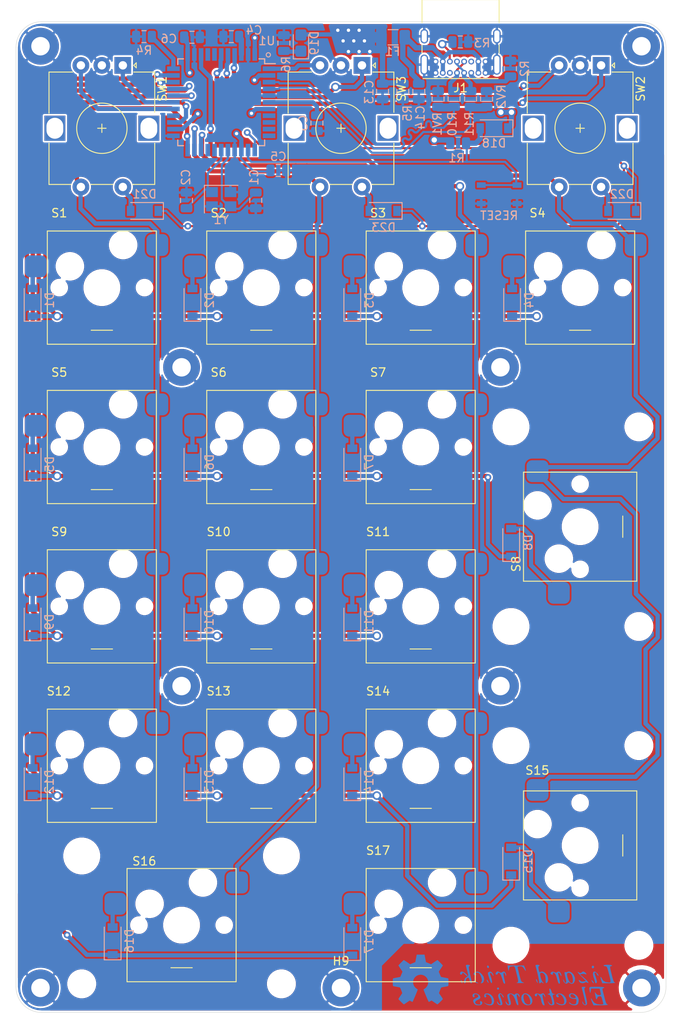
<source format=kicad_pcb>
(kicad_pcb (version 20171130) (host pcbnew "(5.1.6)-1")
  (title_block (title Tenkey++) (date 2020-10-04) (rev 1) (company "Lizard Trick Electronics"))
  (layers (0 F.Cu signal hide) (31 B.Cu signal) (34 B.Paste user hide) (35 F.Paste user hide) (36 B.SilkS user) (37 F.SilkS user) (38 B.Mask user hide) (39 F.Mask user hide) (44 Edge.Cuts user))
  (net 0 "")
  (net 1 "Net-(D1-Pad2)")
  (net 2 "Net-(D2-Pad2)")
  (net 3 "Net-(D3-Pad2)")
  (net 4 "Net-(D4-Pad2)")
  (net 5 "Net-(D5-Pad2)")
  (net 6 "Net-(D6-Pad2)")
  (net 7 "Net-(D7-Pad2)")
  (net 8 "Net-(D8-Pad2)")
  (net 9 "Net-(D9-Pad2)")
  (net 10 "Net-(D10-Pad2)")
  (net 11 "Net-(D11-Pad2)")
  (net 12 "Net-(D12-Pad2)")
  (net 13 "Net-(D13-Pad2)")
  (net 14 "Net-(D14-Pad2)")
  (net 15 "Net-(D15-Pad2)")
  (net 16 "Net-(D16-Pad2)")
  (net 17 GND)
  (net 18 ROW_2)
  (net 19 ROW_1)
  (net 20 ROW_0)
  (net 21 "Net-(C3-Pad1)")
  (net 22 RESET)
  (net 23 ROW_3)
  (net 24 COL_3)
  (net 25 COL_2)
  (net 26 COL_1)
  (net 27 COL_0)
  (net 28 D+)
  (net 29 D-)
  (net 30 "Net-(J1-PadA6)")
  (net 31 "Net-(J1-PadB5)")
  (net 32 "Net-(J1-PadB8)")
  (net 33 "Net-(J1-PadA7)")
  (net 34 "Net-(J1-PadA8)")
  (net 35 "Net-(J1-PadA5)")
  (net 36 ENC_0_A)
  (net 37 ENC_0_B)
  (net 38 ENC_1_A)
  (net 39 ENC_1_B)
  (net 40 HSE_IN)
  (net 41 ENC_2_A)
  (net 42 ENC_2_B)
  (net 43 "Net-(D17-Pad2)")
  (net 44 ROW_4)
  (net 45 HSE_OUT)
  (net 46 "Net-(D21-Pad2)")
  (net 47 "Net-(D22-Pad2)")
  (net 48 "Net-(D23-Pad2)")
  (net 49 MOSI)
  (net 50 MISO)
  (net 51 "Net-(U1-Pad38)")
  (net 52 "Net-(U1-Pad37)")
  (net 53 "Net-(U1-Pad8)")
  (net 54 "Net-(C4-Pad1)")
  (net 55 +5V)
  (net 56 "Net-(C14-Pad1)")
  (net 57 "Net-(R4-Pad2)")
  (net 58 SCLK)
  (net 59 LED_DATA)
  (net 60 "Net-(U1-Pad19)")
  (net 61 "Net-(U1-Pad18)")
  (net 62 ROW_5)
  (net 63 "Net-(D19-Pad1)")
  (module Crystal:Crystal_SMD_3225-4Pin_3.2x2.5mm (layer B.Cu) (at 95.956 67.748976)
    (fp_text reference Y1 (at 0 2.45) (layer B.SilkS) (effects (justify mirror)))
    (fp_text value NX3225SA-16.000M-STD-CSR-1)
    (pad 4 smd rect (at -1.1 0.85) (size 1.4 1.2) (layers B.Cu B.Paste B.Mask) (net 17 GND))
    (pad 3 smd rect (at 1.1 0.85) (size 1.4 1.2) (layers B.Cu B.Paste B.Mask) (net 45 HSE_OUT))
    (pad 2 smd rect (at 1.1 -0.85) (size 1.4 1.2) (layers B.Cu B.Paste B.Mask) (net 17 GND))
    (pad 1 smd rect (at -1.1 -0.85) (size 1.4 1.2) (layers B.Cu B.Paste B.Mask) (net 40 HSE_IN))
  )
  (module Resistor_SMD:R_0805_2012Metric (layer B.Cu) (at 127.579018 55.796988 90)
    (fp_text reference RV2 (at 0.31497 1.754994 90) (layer B.SilkS) (effects (justify mirror)))
    (fp_text value CG0603MLC-05E)
    (pad 2 smd roundrect (at 0.9375 0 90) (size 0.975 1.4) (layers B.Cu B.Paste B.Mask) (net 17 GND))
    (pad 1 smd roundrect (at -0.9375 0 90) (size 0.975 1.4) (layers B.Cu B.Paste B.Mask) (net 28 D+))
  )
  (module Resistor_SMD:R_0805_2012Metric (layer B.Cu) (at 121.800518 55.796988 90)
    (fp_text reference RV1 (at -2.98703 -0.086506 90) (layer B.SilkS) (effects (justify mirror)))
    (fp_text value CG0603MLC-05E)
    (pad 2 smd roundrect (at 0.9375 0 90) (size 0.975 1.4) (layers B.Cu B.Paste B.Mask) (net 17 GND))
    (pad 1 smd roundrect (at -0.9375 0 90) (size 0.975 1.4) (layers B.Cu B.Paste B.Mask) (net 29 D-))
  )
  (module Resistor_SMD:R_0805_2012Metric (layer B.Cu) (at 125.674018 55.796988 90)
    (fp_text reference R11 (at -2.98703 -0.150006 90) (layer B.SilkS) (effects (justify mirror)))
    (fp_text value 22)
    (pad 2 smd roundrect (at 0.9375 0 90) (size 0.975 1.4) (layers B.Cu B.Paste B.Mask) (net 30 "Net-(J1-PadA6)"))
    (pad 1 smd roundrect (at -0.9375 0 90) (size 0.975 1.4) (layers B.Cu B.Paste B.Mask) (net 28 D+))
  )
  (module Resistor_SMD:R_0805_2012Metric (layer B.Cu) (at 123.705518 55.796988 90)
    (fp_text reference R10 (at -2.98703 -0.213506 90) (layer B.SilkS) (effects (justify mirror)))
    (fp_text value 22)
    (pad 2 smd roundrect (at 0.9375 0 90) (size 0.975 1.4) (layers B.Cu B.Paste B.Mask) (net 33 "Net-(J1-PadA7)"))
    (pad 1 smd roundrect (at -0.9375 0 90) (size 0.975 1.4) (layers B.Cu B.Paste B.Mask) (net 29 D-))
  )
  (module Resistor_SMD:R_0805_2012Metric (layer B.Cu) (at 103.426012 49.132018 270)
    (fp_text reference R6 (at 2.54 -0.254 90) (layer B.SilkS) (effects (justify mirror)))
    (fp_text value 330)
    (pad 2 smd roundrect (at 0.9375 0 270) (size 0.975 1.4) (layers B.Cu B.Paste B.Mask) (net 63 "Net-(D19-Pad1)"))
    (pad 1 smd roundrect (at -0.9375 0 270) (size 0.975 1.4) (layers B.Cu B.Paste B.Mask) (net 17 GND))
  )
  (module Resistor_SMD:R_0805_2012Metric (layer B.Cu) (at 117.598018 54.908488 270)
    (fp_text reference R5 (at 2.60553 -0.559994 90) (layer B.SilkS) (effects (justify mirror)))
    (fp_text value 10k)
    (pad 2 smd roundrect (at 0.9375 0 270) (size 0.975 1.4) (layers B.Cu B.Paste B.Mask) (net 17 GND))
    (pad 1 smd roundrect (at -0.9375 0 270) (size 0.975 1.4) (layers B.Cu B.Paste B.Mask) (net 55 +5V))
  )
  (module Resistor_SMD:R_0805_2012Metric (layer B.Cu) (at 86.751018 48.367988)
    (fp_text reference R4 (at 0 1.65) (layer B.SilkS) (effects (justify mirror)))
    (fp_text value 10k)
    (pad 2 smd roundrect (at 0.9375 0) (size 0.975 1.4) (layers B.Cu B.Paste B.Mask) (net 57 "Net-(R4-Pad2)"))
    (pad 1 smd roundrect (at -0.9375 0) (size 0.975 1.4) (layers B.Cu B.Paste B.Mask) (net 17 GND))
  )
  (module Resistor_SMD:R_0805_2012Metric (layer B.Cu) (at 124.456018 49.002988 180)
    (fp_text reference R3 (at -2.591994 -0.12903) (layer B.SilkS) (effects (justify mirror)))
    (fp_text value 5k1)
    (pad 2 smd roundrect (at 0.9375 0 180) (size 0.975 1.4) (layers B.Cu B.Paste B.Mask) (net 31 "Net-(J1-PadB5)"))
    (pad 1 smd roundrect (at -0.9375 0 180) (size 0.975 1.4) (layers B.Cu B.Paste B.Mask) (net 17 GND))
  )
  (module Resistor_SMD:R_0805_2012Metric (layer B.Cu) (at 130.425018 52.177988 270)
    (fp_text reference R2 (at 0.00203 -1.702994 90) (layer B.SilkS) (effects (justify mirror)))
    (fp_text value 5k1)
    (pad 2 smd roundrect (at 0.9375 0 270) (size 0.975 1.4) (layers B.Cu B.Paste B.Mask) (net 35 "Net-(J1-PadA5)"))
    (pad 1 smd roundrect (at -0.9375 0 270) (size 0.975 1.4) (layers B.Cu B.Paste B.Mask) (net 17 GND))
  )
  (module Resistor_SMD:R_0805_2012Metric (layer B.Cu) (at 124.193018 61.067988 180)
    (fp_text reference R1 (at 0.193006 -1.78003) (layer B.SilkS) (effects (justify mirror)))
    (fp_text value 10k)
    (pad 2 smd roundrect (at 0.9375 0 180) (size 0.975 1.4) (layers B.Cu B.Paste B.Mask) (net 55 +5V))
    (pad 1 smd roundrect (at -0.9375 0 180) (size 0.975 1.4) (layers B.Cu B.Paste B.Mask) (net 22 RESET))
  )
  (module Fuse:Fuse_1206_3216Metric (layer B.Cu) (at 116.439518 48.444988 180)
    (fp_text reference F1 (at 0.059506 -1.70303) (layer B.SilkS) (effects (justify mirror)))
    (fp_text value TR-0603HV500-R)
    (pad 2 smd roundrect (at 1.4 0 180) (size 1.25 1.75) (layers B.Cu B.Paste B.Mask) (roundrect_rratio 0.2) (net 55 +5V))
    (pad 1 smd roundrect (at -1.4 0 180) (size 1.25 1.75) (layers B.Cu B.Paste B.Mask) (roundrect_rratio 0.2) (net 56 "Net-(C14-Pad1)"))
  )
  (module LED_SMD:LED_0805_2012Metric_Castellated (layer B.Cu) (at 105.458012 49.132018 90)
    (fp_text reference D19 (at 0 1.6 90) (layer B.SilkS) (effects (justify mirror)))
    (fp_text value LED)
    (pad 2 smd roundrect (at 0.9625 0 90) (size 1.325 1.3) (layers B.Cu B.Paste B.Mask) (roundrect_rratio 0.192308) (net 55 +5V))
    (pad 1 smd roundrect (at -0.9625 0 90) (size 1.325 1.3) (layers B.Cu B.Paste B.Mask) (roundrect_rratio 0.192308) (net 63 "Net-(D19-Pad1)"))
  )
  (module Capacitor_SMD:C_0805_2012Metric (layer B.Cu) (at 119.503018 54.908488 270)
    (fp_text reference C14 (at 3.11353 -0.178994 90) (layer B.SilkS) (effects (justify mirror)))
    (fp_text value 22u)
    (pad 2 smd roundrect (at 0.9375 0 270) (size 0.975 1.4) (layers B.Cu B.Paste B.Mask) (net 17 GND))
    (pad 1 smd roundrect (at -0.9375 0 270) (size 0.975 1.4) (layers B.Cu B.Paste B.Mask) (net 56 "Net-(C14-Pad1)"))
  )
  (module Capacitor_SMD:C_0805_2012Metric (layer B.Cu) (at 115.185018 54.908488 90)
    (fp_text reference C13 (at -0.06553 -1.599006 90) (layer B.SilkS) (effects (justify mirror)))
    (fp_text value 100n)
    (pad 2 smd roundrect (at 0.9375 0 90) (size 0.975 1.4) (layers B.Cu B.Paste B.Mask) (net 55 +5V))
    (pad 1 smd roundrect (at -0.9375 0 90) (size 0.975 1.4) (layers B.Cu B.Paste B.Mask) (net 17 GND))
  )
  (module Capacitor_SMD:C_0805_2012Metric (layer B.Cu) (at 92.477 48.445 180)
    (fp_text reference C6 (at 2.766988 -0.179018) (layer B.SilkS) (effects (justify mirror)))
    (fp_text value 100n)
    (pad 2 smd roundrect (at 0.9375 0 180) (size 0.975 1.4) (layers B.Cu B.Paste B.Mask) (net 55 +5V))
    (pad 1 smd roundrect (at -0.9375 0 180) (size 0.975 1.4) (layers B.Cu B.Paste B.Mask) (net 17 GND))
  )
  (module Capacitor_SMD:C_0805_2012Metric (layer B.Cu) (at 102.764 64.32 180)
    (fp_text reference C5 (at 0 1.65) (layer B.SilkS) (effects (justify mirror)))
    (fp_text value 100n)
    (pad 2 smd roundrect (at 0.9375 0 180) (size 0.975 1.4) (layers B.Cu B.Paste B.Mask) (net 55 +5V))
    (pad 1 smd roundrect (at -0.9375 0 180) (size 0.975 1.4) (layers B.Cu B.Paste B.Mask) (net 17 GND))
  )
  (module Capacitor_SMD:C_0805_2012Metric (layer B.Cu) (at 97.151018 48.367988 180)
    (fp_text reference C4 (at -2.718994 0.75997) (layer B.SilkS) (effects (justify mirror)))
    (fp_text value 100n)
    (pad 2 smd roundrect (at 0.9375 0 180) (size 0.975 1.4) (layers B.Cu B.Paste B.Mask) (net 17 GND))
    (pad 1 smd roundrect (at -0.9375 0 180) (size 0.975 1.4) (layers B.Cu B.Paste B.Mask) (net 54 "Net-(C4-Pad1)"))
  )
  (module Capacitor_SMD:C_0805_2012Metric (layer B.Cu) (at 107.363012 58.682418 270)
    (fp_text reference C3 (at 0 1.65 90) (layer B.SilkS) (effects (justify mirror)))
    (fp_text value 1u)
    (pad 2 smd roundrect (at 0.9375 0 270) (size 0.975 1.4) (layers B.Cu B.Paste B.Mask) (net 17 GND))
    (pad 1 smd roundrect (at -0.9375 0 270) (size 0.975 1.4) (layers B.Cu B.Paste B.Mask) (net 21 "Net-(C3-Pad1)"))
  )
  (module Capacitor_SMD:C_0805_2012Metric (layer B.Cu) (at 91.817018 67.889976 90)
    (fp_text reference C2 (at 2.755958 -0.075006 90) (layer B.SilkS) (effects (justify mirror)))
    (fp_text value 22p)
    (pad 2 smd roundrect (at 0.9375 0 90) (size 0.975 1.4) (layers B.Cu B.Paste B.Mask) (net 17 GND))
    (pad 1 smd roundrect (at -0.9375 0 90) (size 0.975 1.4) (layers B.Cu B.Paste B.Mask) (net 40 HSE_IN))
  )
  (module Capacitor_SMD:C_0805_2012Metric (layer B.Cu) (at 100.072018 67.889976 270)
    (fp_text reference C1 (at -2.755958 0.202006 90) (layer B.SilkS) (effects (justify mirror)))
    (fp_text value 22p)
    (pad 2 smd roundrect (at 0.9375 0 270) (size 0.975 1.4) (layers B.Cu B.Paste B.Mask) (net 17 GND))
    (pad 1 smd roundrect (at -0.9375 0 270) (size 0.975 1.4) (layers B.Cu B.Paste B.Mask) (net 45 HSE_OUT))
  )
  (module lizard_libs:PTS_180_Tactile_Switch (layer B.Cu) (at 129.080012 67.166018)
    (fp_text reference S18)
    (fp_text value PTS_810)
    (pad 4 smd rect (at 2.133 -1.103) (size 1.05 0.65) (layers B.Cu B.Paste B.Mask) (net 22 RESET))
    (pad 3 smd rect (at -2.133 -1.103) (size 1.05 0.65) (layers B.Cu B.Paste B.Mask) (net 22 RESET))
    (pad 2 smd rect (at 2.133 1.103) (size 1.05 0.65) (layers B.Cu B.Paste B.Mask) (net 17 GND))
    (pad 1 smd rect (at -2.133 1.103) (size 1.05 0.65) (layers B.Cu B.Paste B.Mask) (net 17 GND))
  )
  (module lizard_trick:lizard_trick (layer B.Cu) (at 133.732012 161.390018 180)
    (fp_text reference LOGO1 hide)
    (fp_text value Lizard_Logo hide)
    (fp_poly (pts (xy 6.085399 2.223579) (xy 6.085149 2.095861) (xy 6.017183 1.993282) (xy 5.908444 2.0039) (xy 5.885187 2.030619) (xy 5.873853 2.171494) (xy 5.96595 2.275589) (xy 6.01633 2.286) (xy 6.085399 2.223579)) (layer B.Cu) (width 0.01))
    (fp_poly (pts (xy -6.448336 2.24467) (xy -6.425111 2.225644) (xy -6.377707 2.092133) (xy -6.439461 1.974116) (xy -6.519333 1.947333) (xy -6.627922 2.009007) (xy -6.650893 2.039377) (xy -6.660783 2.1685) (xy -6.571204 2.25513) (xy -6.448336 2.24467)) (layer B.Cu) (width 0.01))
    (fp_poly (pts (xy 9.201926 1.544954) (xy 9.301762 1.42847) (xy 9.313333 1.3394) (xy 9.266046 1.212579) (xy 9.165167 1.20532) (xy 9.050282 1.279048) (xy 9.038167 1.338528) (xy 9.021089 1.431998) (xy 8.916732 1.401188) (xy 8.744881 1.253004) (xy 8.720667 1.227666) (xy 8.563099 1.084021) (xy 8.444705 1.016701) (xy 8.437149 1.016) (xy 8.431317 1.068563) (xy 8.523531 1.198732) (xy 8.557741 1.236926) (xy 8.799716 1.445086) (xy 9.024511 1.549128) (xy 9.201926 1.544954)) (layer B.Cu) (width 0.01))
    (fp_poly (pts (xy 9.217776 0.450961) (xy 9.166217 0.296718) (xy 9.088119 0.183351) (xy 9.055443 0.169333) (xy 9.029575 0.234066) (xy 9.074902 0.381358) (xy 9.155832 0.523099) (xy 9.207817 0.557071) (xy 9.217776 0.450961)) (layer B.Cu) (width 0.01))
    (fp_poly (pts (xy 8.566609 2.351345) (xy 8.61481 2.277031) (xy 8.604411 2.2225) (xy 8.558132 2.051545) (xy 8.492776 1.797474) (xy 8.466667 1.693333) (xy 8.400171 1.430757) (xy 8.34504 1.221186) (xy 8.330948 1.17055) (xy 8.369915 1.022871) (xy 8.525131 0.916059) (xy 8.709683 0.772706) (xy 8.802854 0.535949) (xy 8.811815 0.486342) (xy 8.830134 0.266774) (xy 8.785465 0.176236) (xy 8.749672 0.169333) (xy 8.652641 0.242094) (xy 8.617968 0.424896) (xy 8.628944 0.538079) (xy 8.583998 0.674958) (xy 8.455493 0.80247) (xy 8.336742 0.846666) (xy 8.254273 0.771014) (xy 8.184643 0.579116) (xy 8.170333 0.508) (xy 8.096877 0.259071) (xy 7.989318 0.169505) (xy 7.983683 0.169333) (xy 7.8913 0.225634) (xy 7.898766 0.339561) (xy 8.064376 0.991656) (xy 8.179932 1.491851) (xy 8.247127 1.84948) (xy 8.267656 2.073874) (xy 8.24321 2.174367) (xy 8.232815 2.180506) (xy 8.128203 2.252088) (xy 8.165916 2.324427) (xy 8.321714 2.367768) (xy 8.387705 2.370666) (xy 8.566609 2.351345)) (layer B.Cu) (width 0.01))
    (fp_poly (pts (xy 7.661153 0.458707) (xy 7.562797 0.349187) (xy 7.54712 0.33585) (xy 7.360331 0.217534) (xy 7.208453 0.1747) (xy 7.143067 0.194347) (xy 7.236986 0.247499) (xy 7.251503 0.253433) (xy 7.419773 0.348758) (xy 7.489333 0.4174) (xy 7.612084 0.501563) (xy 7.646163 0.505183) (xy 7.661153 0.458707)) (layer B.Cu) (width 0.01))
    (fp_poly (pts (xy 7.496802 1.509721) (xy 7.64817 1.406538) (xy 7.70416 1.27915) (xy 7.639014 1.164035) (xy 7.574015 1.129883) (xy 7.421046 1.11513) (xy 7.388297 1.204949) (xy 7.448968 1.310287) (xy 7.499418 1.398693) (xy 7.429158 1.434121) (xy 7.287561 1.439333) (xy 7.110363 1.418273) (xy 6.989997 1.326961) (xy 6.87582 1.123203) (xy 6.85572 1.0795) (xy 6.720352 0.706449) (xy 6.70392 0.437363) (xy 6.790267 0.270933) (xy 6.840497 0.18868) (xy 6.750912 0.169333) (xy 6.600854 0.236906) (xy 6.522312 0.3331) (xy 6.436688 0.64491) (xy 6.515774 0.960629) (xy 6.718028 1.243021) (xy 6.946768 1.452634) (xy 7.157769 1.542363) (xy 7.27581 1.552222) (xy 7.496802 1.509721)) (layer B.Cu) (width 0.01))
    (fp_poly (pts (xy 6.138163 0.535652) (xy 6.087159 0.408791) (xy 5.999406 0.276612) (xy 5.934128 0.216278) (xy 5.909038 0.245217) (xy 5.95575 0.380235) (xy 6.049045 0.535375) (xy 6.120145 0.592006) (xy 6.138163 0.535652)) (layer B.Cu) (width 0.01))
    (fp_poly (pts (xy 5.809328 1.540084) (xy 5.84394 1.522961) (xy 5.939627 1.469246) (xy 5.989163 1.410156) (xy 5.991658 1.30857) (xy 5.946221 1.127365) (xy 5.851964 0.829421) (xy 5.825335 0.74684) (xy 5.704682 0.411006) (xy 5.60793 0.220314) (xy 5.540109 0.180438) (xy 5.506249 0.29705) (xy 5.503333 0.383719) (xy 5.53636 0.606593) (xy 5.617187 0.869448) (xy 5.630333 0.902059) (xy 5.713461 1.131388) (xy 5.755918 1.307922) (xy 5.757333 1.329729) (xy 5.714727 1.420666) (xy 5.613056 1.39245) (xy 5.491541 1.263816) (xy 5.441081 1.178647) (xy 5.366013 1.055981) (xy 5.336957 1.08491) (xy 5.335248 1.121833) (xy 5.391021 1.288427) (xy 5.505274 1.441274) (xy 5.661894 1.555836) (xy 5.809328 1.540084)) (layer B.Cu) (width 0.01))
    (fp_poly (pts (xy 3.608917 2.021416) (xy 3.568111 1.805682) (xy 3.544854 1.661583) (xy 3.525507 1.669732) (xy 3.491375 1.808762) (xy 3.481354 1.862666) (xy 3.428284 2.061455) (xy 3.324798 2.151403) (xy 3.116066 2.185005) (xy 2.991701 2.197973) (xy 2.902245 2.196469) (xy 2.83468 2.156316) (xy 2.775989 2.053339) (xy 2.713152 1.863362) (xy 2.633151 1.562209) (xy 2.522969 1.125706) (xy 2.502793 1.046112) (xy 2.416604 0.684495) (xy 2.381712 0.453072) (xy 2.400395 0.319956) (xy 2.47493 0.253257) (xy 2.561167 0.229085) (xy 2.576532 0.212178) (xy 2.448877 0.1997) (xy 2.204496 0.193754) (xy 2.116667 0.193549) (xy 1.850707 0.198134) (xy 1.700929 0.209317) (xy 1.690323 0.224965) (xy 1.719079 0.230418) (xy 1.938343 0.326859) (xy 2.034599 0.450565) (xy 2.089989 0.614722) (xy 2.167092 0.883999) (xy 2.253692 1.210229) (xy 2.337576 1.545247) (xy 2.406528 1.840888) (xy 2.448333 2.048984) (xy 2.455333 2.109606) (xy 2.380877 2.169995) (xy 2.197571 2.200451) (xy 2.156144 2.201333) (xy 1.94187 2.176151) (xy 1.795109 2.071188) (xy 1.679982 1.901385) (xy 1.544086 1.696377) (xy 1.475546 1.644895) (xy 1.481534 1.742187) (xy 1.566358 1.976667) (xy 1.695606 2.286) (xy 3.661833 2.286) (xy 3.608917 2.021416)) (layer B.Cu) (width 0.01))
    (fp_poly (pts (xy 0.253948 0.57563) (xy 0.254 0.566515) (xy 0.205823 0.416554) (xy 0.128163 0.291349) (xy 0.049796 0.197543) (xy 0.039732 0.226826) (xy 0.092448 0.397174) (xy 0.094112 0.402166) (xy 0.176986 0.612169) (xy 0.232538 0.672327) (xy 0.253948 0.57563)) (layer B.Cu) (width 0.01))
    (fp_poly (pts (xy 0.269042 2.351529) (xy 0.316892 2.277705) (xy 0.306015 2.2225) (xy 0.208918 1.874633) (xy 0.110994 1.487771) (xy 0.020269 1.098688) (xy -0.055233 0.744156) (xy -0.107484 0.460949) (xy -0.12846 0.285838) (xy -0.124504 0.24996) (xy -0.146039 0.180838) (xy -0.20667 0.169333) (xy -0.322365 0.222172) (xy -0.338667 0.270933) (xy -0.363657 0.329838) (xy -0.440267 0.270933) (xy -0.574313 0.181344) (xy -0.625782 0.169333) (xy -0.637071 0.208618) (xy -0.56431 0.275643) (xy -0.461591 0.418048) (xy -0.357143 0.662504) (xy -0.271611 0.943215) (xy -0.22564 1.194383) (xy -0.232393 1.3335) (xy -0.335863 1.429022) (xy -0.507369 1.413849) (xy -0.693923 1.295722) (xy -0.727711 1.261159) (xy -0.838412 1.066628) (xy -0.885363 0.775273) (xy -0.889 0.626409) (xy -0.896116 0.340993) (xy -0.925303 0.203135) (xy -0.988315 0.191374) (xy -1.083733 0.270933) (xy -1.170766 0.461387) (xy -1.179495 0.732138) (xy -1.115456 1.016364) (xy -1.004881 1.222571) (xy -0.7853 1.433633) (xy -0.552781 1.550763) (xy -0.352822 1.55483) (xy -0.293573 1.521708) (xy -0.199425 1.4736) (xy -0.13158 1.532877) (xy -0.073139 1.723771) (xy -0.040597 1.884478) (xy -0.019107 2.118725) (xy -0.071158 2.201179) (xy -0.075244 2.201333) (xy -0.164905 2.260383) (xy -0.169333 2.286) (xy -0.095633 2.34494) (xy 0.082491 2.370628) (xy 0.090372 2.370666) (xy 0.269042 2.351529)) (layer B.Cu) (width 0.01))
    (fp_poly (pts (xy -5.25726 1.517033) (xy -5.208027 1.470598) (xy -5.065784 1.374345) (xy -4.919927 1.414185) (xy -4.903002 1.424471) (xy -4.739898 1.513663) (xy -4.698446 1.500407) (xy -4.780168 1.382038) (xy -4.986589 1.155891) (xy -5.155845 0.982568) (xy -5.692464 0.441136) (xy -5.422879 0.381925) (xy -5.173558 0.369593) (xy -4.989647 0.470813) (xy -4.86127 0.563032) (xy -4.832709 0.520696) (xy -4.906003 0.3475) (xy -4.913646 0.3331) (xy -5.061878 0.211277) (xy -5.282702 0.168494) (xy -5.494556 0.213718) (xy -5.561977 0.261843) (xy -5.691891 0.309441) (xy -5.839319 0.255435) (xy -5.96752 0.196625) (xy -5.975439 0.242313) (xy -5.935323 0.322492) (xy -5.825958 0.461431) (xy -5.628381 0.659947) (xy -5.40928 0.854525) (xy -4.972065 1.220582) (xy -5.2082 1.283735) (xy -5.450772 1.300912) (xy -5.610631 1.257888) (xy -5.728847 1.221844) (xy -5.745186 1.275078) (xy -5.67171 1.381602) (xy -5.529701 1.49938) (xy -5.378522 1.570622) (xy -5.25726 1.517033)) (layer B.Cu) (width 0.01))
    (fp_poly (pts (xy -6.364307 0.549292) (xy -6.372117 0.45913) (xy -6.450102 0.318779) (xy -6.551403 0.200429) (xy -6.610932 0.169333) (xy -6.627721 0.225955) (xy -6.551479 0.36319) (xy -6.544453 0.372708) (xy -6.429614 0.507658) (xy -6.364711 0.549645) (xy -6.364307 0.549292)) (layer B.Cu) (width 0.01))
    (fp_poly (pts (xy -6.545418 1.430057) (xy -6.531953 1.206076) (xy -6.6049 0.898951) (xy -6.646333 0.791274) (xy -6.730254 0.550516) (xy -6.772228 0.351916) (xy -6.773333 0.328327) (xy -6.821055 0.193123) (xy -6.91962 0.184451) (xy -6.989535 0.277621) (xy -6.985484 0.410361) (xy -6.932994 0.645943) (xy -6.859878 0.883542) (xy -6.759525 1.175968) (xy -6.709151 1.342633) (xy -6.705959 1.418676) (xy -6.747155 1.439235) (xy -6.815667 1.439333) (xy -6.928457 1.402231) (xy -6.942667 1.370849) (xy -6.980099 1.261076) (xy -7.063387 1.142261) (xy -7.149021 1.06418) (xy -7.193489 1.07661) (xy -7.193974 1.083348) (xy -7.140246 1.213494) (xy -7.00573 1.38363) (xy -6.989702 1.399995) (xy -6.785751 1.54733) (xy -6.633837 1.55058) (xy -6.545418 1.430057)) (layer B.Cu) (width 0.01))
    (fp_poly (pts (xy -8.026744 2.357813) (xy -7.843293 2.324236) (xy -7.789333 2.286) (xy -7.861496 2.221317) (xy -7.991725 2.201333) (xy -8.095541 2.185289) (xy -8.174766 2.115685) (xy -8.247562 1.960317) (xy -8.33209 1.686978) (xy -8.379809 1.513145) (xy -8.473283 1.153077) (xy -8.553437 0.819857) (xy -8.605632 0.574922) (xy -8.611829 0.539479) (xy -8.631428 0.34706) (xy -8.577876 0.269037) (xy -8.412514 0.254019) (xy -8.397062 0.254) (xy -8.015297 0.317653) (xy -7.729918 0.498942) (xy -7.600686 0.690307) (xy -7.498203 0.883471) (xy -7.439252 0.924369) (xy -7.432985 0.826541) (xy -7.488551 0.603527) (xy -7.506098 0.550333) (xy -7.635918 0.169333) (xy -8.495792 0.180863) (xy -8.830904 0.188678) (xy -9.06977 0.200869) (xy -9.186181 0.215621) (xy -9.174446 0.227869) (xy -9.086326 0.267692) (xy -9.010384 0.367859) (xy -8.933969 0.557218) (xy -8.844433 0.86462) (xy -8.772279 1.145095) (xy -8.664982 1.57749) (xy -8.597137 1.872169) (xy -8.566399 2.055514) (xy -8.57042 2.153902) (xy -8.606854 2.193712) (xy -8.673355 2.201324) (xy -8.678333 2.201333) (xy -8.791005 2.247051) (xy -8.805333 2.286) (xy -8.728214 2.331098) (xy -8.526751 2.361673) (xy -8.297333 2.370666) (xy -8.026744 2.357813)) (layer B.Cu) (width 0.01))
    (fp_poly (pts (xy 4.929646 1.542299) (xy 4.953027 1.523978) (xy 5.061751 1.380827) (xy 5.067993 1.254933) (xy 4.97535 1.200374) (xy 4.931833 1.20532) (xy 4.816949 1.279048) (xy 4.804833 1.338528) (xy 4.757038 1.426685) (xy 4.69763 1.439333) (xy 4.570896 1.359197) (xy 4.435995 1.134484) (xy 4.304989 0.788739) (xy 4.23321 0.532741) (xy 4.138999 0.245161) (xy 4.041538 0.114978) (xy 3.957818 0.134403) (xy 3.952647 0.234573) (xy 3.9876 0.443782) (xy 4.029671 0.618935) (xy 4.117531 1.010353) (xy 4.143683 1.284134) (xy 4.107314 1.424204) (xy 4.071055 1.439333) (xy 3.98975 1.36876) (xy 3.908406 1.2065) (xy 3.848887 1.060265) (xy 3.823478 1.066292) (xy 3.816684 1.158119) (xy 3.869178 1.366681) (xy 3.946536 1.479108) (xy 4.070145 1.568228) (xy 4.198473 1.537387) (xy 4.264853 1.496537) (xy 4.424155 1.42193) (xy 4.569248 1.461549) (xy 4.636343 1.503393) (xy 4.802332 1.582306) (xy 4.929646 1.542299)) (layer B.Cu) (width 0.01))
    (fp_poly (pts (xy -1.589154 1.513557) (xy -1.470463 1.39049) (xy -1.503472 1.266787) (xy -1.649203 1.197913) (xy -1.759202 1.209846) (xy -1.750678 1.303746) (xy -1.74759 1.417123) (xy -1.832282 1.436265) (xy -1.95775 1.369439) (xy -2.062853 1.248833) (xy -2.151046 1.055967) (xy -2.242779 0.776657) (xy -2.284979 0.613572) (xy -2.37856 0.285018) (xy -2.468791 0.125138) (xy -2.556078 0.133314) (xy -2.579593 0.164898) (xy -2.586886 0.285477) (xy -2.553896 0.514631) (xy -2.500776 0.75) (xy -2.431578 1.031482) (xy -2.384388 1.251049) (xy -2.370667 1.345721) (xy -2.409977 1.438503) (xy -2.500079 1.410432) (xy -2.599234 1.28247) (xy -2.629131 1.215924) (xy -2.702411 1.069366) (xy -2.756405 1.034849) (xy -2.766589 1.146902) (xy -2.701977 1.318183) (xy -2.596797 1.478357) (xy -2.504783 1.551887) (xy -2.339484 1.541439) (xy -2.269157 1.492853) (xy -2.160778 1.426207) (xy -2.010389 1.464988) (xy -1.957826 1.491042) (xy -1.727271 1.553864) (xy -1.589154 1.513557)) (layer B.Cu) (width 0.01))
    (fp_poly (pts (xy -3.5141 1.524359) (xy -3.350454 1.474742) (xy -3.270398 1.489264) (xy -3.181912 1.506702) (xy -3.142697 1.454742) (xy -3.152542 1.307282) (xy -3.211234 1.03822) (xy -3.264993 0.826113) (xy -3.336768 0.486843) (xy -3.338563 0.285684) (xy -3.309461 0.227594) (xy -3.22287 0.221802) (xy -3.121296 0.373627) (xy -3.095783 0.429702) (xy -3.016755 0.579807) (xy -2.970928 0.605293) (xy -2.966648 0.58088) (xy -3.019468 0.386568) (xy -3.152996 0.217769) (xy -3.316235 0.12641) (xy -3.408575 0.130878) (xy -3.532793 0.215782) (xy -3.556 0.267859) (xy -3.613489 0.285312) (xy -3.744172 0.216467) (xy -3.95974 0.101393) (xy -4.125099 0.120953) (xy -4.262545 0.2395) (xy -4.383168 0.491133) (xy -4.381354 0.584217) (xy -4.13956 0.584217) (xy -4.131822 0.352273) (xy -4.079017 0.201125) (xy -4.018758 0.169333) (xy -3.911299 0.20496) (xy -3.807282 0.255455) (xy -3.691796 0.386749) (xy -3.576184 0.622711) (xy -3.482257 0.900101) (xy -3.431827 1.15568) (xy -3.44179 1.315134) (xy -3.556179 1.424435) (xy -3.733227 1.414144) (xy -3.920022 1.288431) (xy -3.931053 1.276571) (xy -4.035309 1.095191) (xy -4.1061 0.848131) (xy -4.13956 0.584217) (xy -4.381354 0.584217) (xy -4.376989 0.808152) (xy -4.245448 1.145367) (xy -4.232978 1.166277) (xy -4.043284 1.392386) (xy -3.822593 1.533931) (xy -3.616399 1.568252) (xy -3.5141 1.524359)) (layer B.Cu) (width 0.01))
    (fp_poly (pts (xy 4.895915 -0.40644) (xy 4.910667 -0.465667) (xy 4.842894 -0.577915) (xy 4.783667 -0.592667) (xy 4.671418 -0.524894) (xy 4.656667 -0.465667) (xy 4.724439 -0.353418) (xy 4.783667 -0.338667) (xy 4.895915 -0.40644)) (layer B.Cu) (width 0.01))
    (fp_poly (pts (xy 7.744312 -1.114029) (xy 7.814494 -1.213447) (xy 7.819597 -1.368534) (xy 7.743873 -1.480616) (xy 7.630356 -1.487913) (xy 7.625355 -1.484976) (xy 7.571989 -1.39538) (xy 7.620346 -1.311916) (xy 7.639123 -1.209951) (xy 7.545643 -1.141827) (xy 7.396241 -1.125552) (xy 7.247253 -1.179136) (xy 7.234937 -1.188705) (xy 7.120777 -1.346495) (xy 7.172978 -1.486508) (xy 7.388936 -1.602199) (xy 7.400846 -1.606196) (xy 7.656663 -1.738098) (xy 7.751645 -1.915994) (xy 7.691688 -2.143967) (xy 7.560438 -2.334763) (xy 7.389508 -2.427488) (xy 7.117744 -2.453858) (xy 7.093812 -2.454037) (xy 6.832634 -2.417284) (xy 6.695608 -2.298971) (xy 6.661646 -2.122098) (xy 6.709563 -2.044971) (xy 6.8519 -1.951264) (xy 6.921009 -2.006736) (xy 6.907899 -2.159) (xy 6.89033 -2.310515) (xy 6.973682 -2.364919) (xy 7.093453 -2.370667) (xy 7.360487 -2.32299) (xy 7.502605 -2.203808) (xy 7.50949 -2.048893) (xy 7.370826 -1.894017) (xy 7.249336 -1.830109) (xy 6.99685 -1.6984) (xy 6.893711 -1.563168) (xy 6.921689 -1.396551) (xy 6.940692 -1.358357) (xy 7.106195 -1.171613) (xy 7.329695 -1.062939) (xy 7.559599 -1.040893) (xy 7.744312 -1.114029)) (layer B.Cu) (width 0.01))
    (fp_poly (pts (xy 6.258066 -1.056218) (xy 6.272533 -1.060619) (xy 6.387775 -1.158385) (xy 6.436203 -1.313302) (xy 6.412688 -1.457704) (xy 6.312098 -1.523929) (xy 6.307667 -1.524) (xy 6.206143 -1.467656) (xy 6.185075 -1.355632) (xy 6.251516 -1.273441) (xy 6.2865 -1.267426) (xy 6.314594 -1.233423) (xy 6.245288 -1.17918) (xy 6.04679 -1.147127) (xy 5.846872 -1.248207) (xy 5.673317 -1.448755) (xy 5.553907 -1.715108) (xy 5.516425 -2.013601) (xy 5.519538 -2.058558) (xy 5.564526 -2.253457) (xy 5.681131 -2.337327) (xy 5.783972 -2.355652) (xy 6.032426 -2.331078) (xy 6.249639 -2.244794) (xy 6.477 -2.106617) (xy 6.27712 -2.280975) (xy 6.044915 -2.40985) (xy 5.773945 -2.459194) (xy 5.523466 -2.42834) (xy 5.352737 -2.316618) (xy 5.336979 -2.291566) (xy 5.254106 -1.984614) (xy 5.300952 -1.671821) (xy 5.451143 -1.387886) (xy 5.678307 -1.167507) (xy 5.956072 -1.045384) (xy 6.258066 -1.056218)) (layer B.Cu) (width 0.01))
    (fp_poly (pts (xy 4.699685 -1.132172) (xy 4.760832 -1.24725) (xy 4.761491 -1.386372) (xy 4.697355 -1.603577) (xy 4.652436 -1.724838) (xy 4.559896 -1.987842) (xy 4.5 -2.195556) (xy 4.487376 -2.271889) (xy 4.53037 -2.355424) (xy 4.632501 -2.32271) (xy 4.753325 -2.194457) (xy 4.803585 -2.109981) (xy 4.87765 -1.998083) (xy 4.909411 -2.015876) (xy 4.909418 -2.0164) (xy 4.872552 -2.17878) (xy 4.823021 -2.291566) (xy 4.68948 -2.410078) (xy 4.502227 -2.45366) (xy 4.334348 -2.415839) (xy 4.268676 -2.340646) (xy 4.273023 -2.2033) (xy 4.330308 -1.968867) (xy 4.39829 -1.769146) (xy 4.493315 -1.501778) (xy 4.556398 -1.291033) (xy 4.571957 -1.2065) (xy 4.531258 -1.106461) (xy 4.436286 -1.130422) (xy 4.327927 -1.262317) (xy 4.302594 -1.312334) (xy 4.205333 -1.467939) (xy 4.124749 -1.524) (xy 4.100647 -1.471816) (xy 4.162715 -1.347609) (xy 4.278194 -1.199893) (xy 4.414327 -1.077185) (xy 4.436019 -1.063002) (xy 4.576547 -1.025698) (xy 4.699685 -1.132172)) (layer B.Cu) (width 0.01))
    (fp_poly (pts (xy 3.4713 -1.063081) (xy 3.639224 -1.169687) (xy 3.670223 -1.224902) (xy 3.675105 -1.375361) (xy 3.633147 -1.616132) (xy 3.595812 -1.7548) (xy 3.523933 -2.011222) (xy 3.479323 -2.2079) (xy 3.47225 -2.264834) (xy 3.510667 -2.365103) (xy 3.607045 -2.336716) (xy 3.728678 -2.194032) (xy 3.761573 -2.137834) (xy 3.847135 -2.010661) (xy 3.890227 -2.005999) (xy 3.891277 -2.0164) (xy 3.830807 -2.250854) (xy 3.666504 -2.413692) (xy 3.50803 -2.455334) (xy 3.331568 -2.419172) (xy 3.254296 -2.296411) (xy 3.27109 -2.065634) (xy 3.348666 -1.789291) (xy 3.436624 -1.430634) (xy 3.424848 -1.200842) (xy 3.313742 -1.103812) (xy 3.277082 -1.100667) (xy 3.09847 -1.17879) (xy 2.920325 -1.390263) (xy 2.766604 -1.700736) (xy 2.690578 -1.941552) (xy 2.607024 -2.199252) (xy 2.515001 -2.378071) (xy 2.433399 -2.455934) (xy 2.38111 -2.410764) (xy 2.371671 -2.314222) (xy 2.393355 -2.148282) (xy 2.448001 -1.887958) (xy 2.496142 -1.695038) (xy 2.555425 -1.40011) (xy 2.556979 -1.208037) (xy 2.508206 -1.136328) (xy 2.416509 -1.202491) (xy 2.339319 -1.324163) (xy 2.250915 -1.453892) (xy 2.206387 -1.450877) (xy 2.204723 -1.434349) (xy 2.260808 -1.21656) (xy 2.408695 -1.073278) (xy 2.599366 -1.050554) (xy 2.609951 -1.053663) (xy 2.754401 -1.130427) (xy 2.794 -1.192991) (xy 2.853424 -1.210197) (xy 2.99721 -1.1407) (xy 3.00505 -1.135619) (xy 3.238918 -1.048908) (xy 3.4713 -1.063081)) (layer B.Cu) (width 0.01))
    (fp_poly (pts (xy 1.65476 -1.053776) (xy 1.768452 -1.10942) (xy 1.945029 -1.294661) (xy 2.015342 -1.559958) (xy 1.983566 -1.856999) (xy 1.853876 -2.137478) (xy 1.662826 -2.331706) (xy 1.404231 -2.435803) (xy 1.117467 -2.441437) (xy 0.875494 -2.351301) (xy 0.817455 -2.3005) (xy 0.728692 -2.116364) (xy 0.928215 -2.116364) (xy 0.972996 -2.2967) (xy 0.987778 -2.314222) (xy 1.154997 -2.376666) (xy 1.364625 -2.330924) (xy 1.546829 -2.195602) (xy 1.574919 -2.157779) (xy 1.674077 -1.935245) (xy 1.745758 -1.649182) (xy 1.75578 -1.577845) (xy 1.748185 -1.292219) (xy 1.649242 -1.144676) (xy 1.464103 -1.140005) (xy 1.341365 -1.192452) (xy 1.184003 -1.343518) (xy 1.051102 -1.584624) (xy 0.960045 -1.860622) (xy 0.928215 -2.116364) (xy 0.728692 -2.116364) (xy 0.700198 -2.057256) (xy 0.710719 -1.769222) (xy 0.832461 -1.480163) (xy 1.04887 -1.233843) (xy 1.271605 -1.100002) (xy 1.48759 -1.031758) (xy 1.65476 -1.053776)) (layer B.Cu) (width 0.01))
    (fp_poly (pts (xy -0.479415 -1.051073) (xy -0.42654 -1.081435) (xy -0.226417 -1.144709) (xy -0.079519 -1.097912) (xy 0.121964 -1.044998) (xy 0.301736 -1.080608) (xy 0.402434 -1.186052) (xy 0.405822 -1.256067) (xy 0.332359 -1.372213) (xy 0.223886 -1.390816) (xy 0.152603 -1.313933) (xy 0.151878 -1.248834) (xy 0.135098 -1.124482) (xy 0.094523 -1.100667) (xy -0.021354 -1.167308) (xy -0.162632 -1.326351) (xy -0.283691 -1.51648) (xy -0.338915 -1.676374) (xy -0.339139 -1.683585) (xy -0.368708 -1.925983) (xy -0.441524 -2.172237) (xy -0.536051 -2.366914) (xy -0.630753 -2.454584) (xy -0.63898 -2.455334) (xy -0.748784 -2.443489) (xy -0.760995 -2.434167) (xy -0.740373 -2.347894) (xy -0.688102 -2.146825) (xy -0.635 -1.947334) (xy -0.546787 -1.567753) (xy -0.512647 -1.297426) (xy -0.533372 -1.153799) (xy -0.5986 -1.146667) (xy -0.700781 -1.264874) (xy -0.762567 -1.384497) (xy -0.819797 -1.486914) (xy -0.8413 -1.434349) (xy -0.797663 -1.26503) (xy -0.724823 -1.138016) (xy -0.609273 -1.026697) (xy -0.479415 -1.051073)) (layer B.Cu) (width 0.01))
    (fp_poly (pts (xy -1.324634 -0.574534) (xy -1.357521 -0.771953) (xy -1.394533 -0.957699) (xy -1.345553 -1.046425) (xy -1.24545 -1.08353) (xy -1.117432 -1.123101) (xy -1.144456 -1.152212) (xy -1.265149 -1.183224) (xy -1.405187 -1.253147) (xy -1.504433 -1.410024) (xy -1.581016 -1.653672) (xy -1.644894 -1.926854) (xy -1.684981 -2.149611) (xy -1.6917 -2.2225) (xy -1.645351 -2.349027) (xy -1.523812 -2.351512) (xy -1.359659 -2.236535) (xy -1.272388 -2.137834) (xy -1.157122 -1.993181) (xy -1.131475 -1.979732) (xy -1.182431 -2.094) (xy -1.193334 -2.116667) (xy -1.301535 -2.296564) (xy -1.388508 -2.390537) (xy -1.570312 -2.449701) (xy -1.768205 -2.436413) (xy -1.901735 -2.358848) (xy -1.91331 -2.337208) (xy -1.918929 -2.161724) (xy -1.85837 -1.834944) (xy -1.731244 -1.354778) (xy -1.726944 -1.339871) (xy -1.752234 -1.213719) (xy -1.88015 -1.160902) (xy -2.074333 -1.123727) (xy -1.881176 -1.112197) (xy -1.71015 -1.045231) (xy -1.641455 -0.9525) (xy -1.524394 -0.63094) (xy -1.426163 -0.473356) (xy -1.360544 -0.462034) (xy -1.324634 -0.574534)) (layer B.Cu) (width 0.01))
    (fp_poly (pts (xy -2.31849 -1.089747) (xy -2.15747 -1.217232) (xy -2.132777 -1.33346) (xy -2.207991 -1.457689) (xy -2.329622 -1.510364) (xy -2.43133 -1.477142) (xy -2.455333 -1.403208) (xy -2.402911 -1.286755) (xy -2.353733 -1.27) (xy -2.295454 -1.243808) (xy -2.351437 -1.170697) (xy -2.508374 -1.10959) (xy -2.688051 -1.178874) (xy -2.86444 -1.346783) (xy -3.011513 -1.581548) (xy -3.103244 -1.851402) (xy -3.116282 -2.104225) (xy -3.055321 -2.278337) (xy -2.892937 -2.350059) (xy -2.852028 -2.355652) (xy -2.598532 -2.329324) (xy -2.410507 -2.249819) (xy -2.223151 -2.143137) (xy -2.14008 -2.125891) (xy -2.178823 -2.192988) (xy -2.286 -2.286) (xy -2.548634 -2.414272) (xy -2.847215 -2.450026) (xy -3.115863 -2.392269) (xy -3.246545 -2.3005) (xy -3.368477 -2.057175) (xy -3.360077 -1.782256) (xy -3.247222 -1.509506) (xy -3.055791 -1.272689) (xy -2.811664 -1.105565) (xy -2.540721 -1.041897) (xy -2.31849 -1.089747)) (layer B.Cu) (width 0.01))
    (fp_poly (pts (xy -3.756685 -1.099719) (xy -3.670811 -1.2289) (xy -3.67929 -1.409201) (xy -3.819139 -1.566067) (xy -4.052533 -1.669248) (xy -4.251567 -1.693334) (xy -4.464282 -1.701333) (xy -4.553197 -1.756995) (xy -4.563846 -1.907818) (xy -4.555944 -2.010834) (xy -4.522979 -2.222335) (xy -4.441342 -2.318701) (xy -4.268455 -2.353824) (xy -4.022972 -2.328527) (xy -3.898255 -2.24799) (xy -3.764878 -2.139972) (xy -3.6938 -2.119484) (xy -3.682541 -2.166106) (xy -3.783031 -2.275923) (xy -3.798213 -2.288817) (xy -4.032584 -2.412726) (xy -4.304755 -2.458449) (xy -4.555088 -2.425811) (xy -4.723946 -2.314639) (xy -4.738355 -2.291566) (xy -4.799892 -2.092483) (xy -4.825993 -1.84108) (xy -4.826 -1.837445) (xy -4.767799 -1.573089) (xy -4.735653 -1.524) (xy -4.487333 -1.524) (xy -4.418452 -1.590965) (xy -4.25611 -1.606873) (xy -4.066758 -1.576355) (xy -3.91685 -1.504044) (xy -3.895562 -1.482745) (xy -3.831437 -1.31424) (xy -3.881149 -1.164007) (xy -4.01901 -1.100667) (xy -4.171371 -1.159252) (xy -4.341639 -1.295409) (xy -4.464103 -1.449739) (xy -4.487333 -1.524) (xy -4.735653 -1.524) (xy -4.615995 -1.341275) (xy -4.404784 -1.160015) (xy -4.168363 -1.047326) (xy -3.940932 -1.021223) (xy -3.756685 -1.099719)) (layer B.Cu) (width 0.01))
    (fp_poly (pts (xy -5.245165 -0.271744) (xy -5.186368 -0.33436) (xy -5.197318 -0.402167) (xy -5.242465 -0.567042) (xy -5.311626 -0.834267) (xy -5.394762 -1.163279) (xy -5.48183 -1.513511) (xy -5.562791 -1.844399) (xy -5.627601 -2.115377) (xy -5.666221 -2.28588) (xy -5.672667 -2.32251) (xy -5.604114 -2.365994) (xy -5.552722 -2.370667) (xy -5.44055 -2.299426) (xy -5.34774 -2.137834) (xy -5.287612 -2.008695) (xy -5.256588 -2.009991) (xy -5.256018 -2.0164) (xy -5.298071 -2.221665) (xy -5.421213 -2.373983) (xy -5.580635 -2.449568) (xy -5.731524 -2.424634) (xy -5.816848 -2.31409) (xy -5.820039 -2.176356) (xy -5.785688 -1.916561) (xy -5.720308 -1.576145) (xy -5.659029 -1.309885) (xy -5.566052 -0.920404) (xy -5.514309 -0.662374) (xy -5.501174 -0.503694) (xy -5.524024 -0.412259) (xy -5.580235 -0.355968) (xy -5.581005 -0.35544) (xy -5.642526 -0.293371) (xy -5.568926 -0.265337) (xy -5.434128 -0.258979) (xy -5.245165 -0.271744)) (layer B.Cu) (width 0.01))
    (fp_poly (pts (xy -6.589301 -0.255575) (xy -6.332837 -0.264606) (xy -6.185512 -0.287549) (xy -6.117231 -0.330863) (xy -6.097897 -0.401005) (xy -6.097156 -0.4445) (xy -6.122112 -0.681001) (xy -6.158526 -0.846667) (xy -6.200201 -0.972836) (xy -6.227801 -0.960173) (xy -6.258216 -0.795016) (xy -6.263203 -0.762) (xy -6.307667 -0.465667) (xy -7.323667 -0.465667) (xy -7.416262 -0.846667) (xy -7.467421 -1.079036) (xy -7.462323 -1.194666) (xy -7.386585 -1.240892) (xy -7.291817 -1.256253) (xy -7.055379 -1.213039) (xy -6.911632 -1.08692) (xy -6.748488 -0.889) (xy -6.806338 -1.261924) (xy -6.867319 -1.571085) (xy -6.928679 -1.7259) (xy -6.987006 -1.721021) (xy -7.027066 -1.607813) (xy -7.130964 -1.429568) (xy -7.301192 -1.370659) (xy -7.446195 -1.372697) (xy -7.533859 -1.449898) (xy -7.60288 -1.64332) (xy -7.620383 -1.709326) (xy -7.688664 -1.969459) (xy -7.745251 -2.178367) (xy -7.757745 -2.2225) (xy -7.757991 -2.319164) (xy -7.658559 -2.362124) (xy -7.469007 -2.370667) (xy -7.022622 -2.323436) (xy -6.702188 -2.1765) (xy -6.491391 -1.921994) (xy -6.476615 -1.89223) (xy -6.366209 -1.690318) (xy -6.305038 -1.634564) (xy -6.298443 -1.707583) (xy -6.351765 -1.891986) (xy -6.422831 -2.067297) (xy -6.594478 -2.455334) (xy -7.551739 -2.446894) (xy -7.90712 -2.439057) (xy -8.167034 -2.423958) (xy -8.306856 -2.40377) (xy -8.301993 -2.380677) (xy -8.197408 -2.332089) (xy -8.114635 -2.231681) (xy -8.037504 -2.046271) (xy -7.949851 -1.742677) (xy -7.903913 -1.563616) (xy -7.813518 -1.204442) (xy -7.734252 -0.889563) (xy -7.678523 -0.66826) (xy -7.664808 -0.613834) (xy -7.661212 -0.461538) (xy -7.745387 -0.423334) (xy -7.85909 -0.378116) (xy -7.874 -0.338667) (xy -7.793262 -0.299912) (xy -7.566344 -0.271719) (xy -7.216196 -0.256272) (xy -6.985 -0.254) (xy -6.589301 -0.255575)) (layer B.Cu) (width 0.01))
  )
  (module Symbol:OSHW-Symbol_6.7x6mm_Copper (layer B.Cu) (at 119.732012 160.790018 180)
    (fp_text reference LOGO2 hide)
    (fp_text value Logo_Open_Hardware_Large hide)
    (fp_poly (pts (xy 0.555814 2.531069) (xy 0.639635 2.086445) (xy 0.94892 1.958947) (xy 1.258206 1.831449) (xy 1.629246 2.083754) (xy 1.733157 2.154004) (xy 1.827087 2.216728) (xy 1.906652 2.269062) (xy 1.96747 2.308143) (xy 2.005157 2.331107) (xy 2.015421 2.336058) (xy 2.03391 2.323324) (xy 2.07342 2.288118) (xy 2.129522 2.234938) (xy 2.197787 2.168282) (xy 2.273786 2.092646) (xy 2.353092 2.012528) (xy 2.431275 1.932426) (xy 2.503907 1.856836) (xy 2.566559 1.790255) (xy 2.614803 1.737182) (xy 2.64421 1.702113) (xy 2.651241 1.690377) (xy 2.641123 1.66874) (xy 2.612759 1.621338) (xy 2.569129 1.552807) (xy 2.513218 1.467785) (xy 2.448006 1.370907) (xy 2.410219 1.31565) (xy 2.341343 1.214752) (xy 2.28014 1.123701) (xy 2.229578 1.04703) (xy 2.192628 0.989272) (xy 2.172258 0.954957) (xy 2.169197 0.947746) (xy 2.176136 0.927252) (xy 2.195051 0.879487) (xy 2.223087 0.811168) (xy 2.257391 0.729011) (xy 2.295109 0.63973) (xy 2.333387 0.550042) (xy 2.36937 0.466662) (xy 2.400206 0.396306) (xy 2.423039 0.34569) (xy 2.435017 0.321529) (xy 2.435724 0.320578) (xy 2.454531 0.315964) (xy 2.504618 0.305672) (xy 2.580793 0.290713) (xy 2.677865 0.272099) (xy 2.790643 0.250841) (xy 2.856442 0.238582) (xy 2.97695 0.215638) (xy 3.085797 0.193805) (xy 3.177476 0.174278) (xy 3.246481 0.158252) (xy 3.287304 0.146921) (xy 3.295511 0.143326) (xy 3.303548 0.118994) (xy 3.310033 0.064041) (xy 3.31497 -0.015108) (xy 3.318364 -0.112026) (xy 3.320218 -0.220287) (xy 3.320538 -0.333465) (xy 3.319327 -0.445135) (xy 3.31659 -0.548868) (xy 3.312331 -0.638241) (xy 3.306555 -0.706826) (xy 3.299267 -0.748197) (xy 3.294895 -0.75681) (xy 3.268764 -0.767133) (xy 3.213393 -0.781892) (xy 3.136107 -0.799352) (xy 3.04423 -0.81778) (xy 3.012158 -0.823741) (xy 2.857524 -0.852066) (xy 2.735375 -0.874876) (xy 2.641673 -0.89308) (xy 2.572384 -0.907583) (xy 2.523471 -0.919292) (xy 2.490897 -0.929115) (xy 2.470628 -0.937956) (xy 2.458626 -0.946724) (xy 2.456947 -0.948457) (xy 2.440184 -0.976371) (xy 2.414614 -1.030695) (xy 2.382788 -1.104777) (xy 2.34726 -1.191965) (xy 2.310583 -1.285608) (xy 2.275311 -1.379052) (xy 2.243996 -1.465647) (xy 2.219193 -1.53874) (xy 2.203454 -1.591678) (xy 2.199332 -1.617811) (xy 2.199676 -1.618726) (xy 2.213641 -1.640086) (xy 2.245322 -1.687084) (xy 2.291391 -1.754827) (xy 2.348518 -1.838423) (xy 2.413373 -1.932982) (xy 2.431843 -1.959854) (xy 2.497699 -2.057275) (xy 2.55565 -2.146163) (xy 2.602538 -2.221412) (xy 2.635207 -2.27792) (xy 2.6505 -2.310581) (xy 2.651241 -2.314593) (xy 2.638392 -2.335684) (xy 2.602888 -2.377464) (xy 2.549293 -2.435445) (xy 2.482171 -2.505135) (xy 2.406087 -2.582045) (xy 2.325604 -2.661683) (xy 2.245287 -2.739561) (xy 2.169699 -2.811186) (xy 2.103405 -2.87207) (xy 2.050969 -2.917721) (xy 2.016955 -2.94365) (xy 2.007545 -2.947883) (xy 1.985643 -2.937912) (xy 1.9408 -2.91102) (xy 1.880321 -2.871736) (xy 1.833789 -2.840117) (xy 1.749475 -2.782098) (xy 1.649626 -2.713784) (xy 1.549473 -2.645579) (xy 1.495627 -2.609075) (xy 1.313371 -2.4858) (xy 1.160381 -2.56852) (xy 1.090682 -2.604759) (xy 1.031414 -2.632926) (xy 0.991311 -2.648991) (xy 0.981103 -2.651226) (xy 0.968829 -2.634722) (xy 0.944613 -2.588082) (xy 0.910263 -2.515609) (xy 0.867588 -2.421606) (xy 0.818394 -2.310374) (xy 0.76449 -2.186215) (xy 0.707684 -2.053432) (xy 0.649782 -1.916327) (xy 0.592593 -1.779202) (xy 0.537924 -1.646358) (xy 0.487584 -1.522098) (xy 0.44338 -1.410725) (xy 0.407119 -1.316539) (xy 0.380609 -1.243844) (xy 0.365658 -1.196941) (xy 0.363254 -1.180833) (xy 0.382311 -1.160286) (xy 0.424036 -1.126933) (xy 0.479706 -1.087702) (xy 0.484378 -1.084599) (xy 0.628264 -0.969423) (xy 0.744283 -0.835053) (xy 0.83143 -0.685784) (xy 0.888699 -0.525913) (xy 0.915086 -0.359737) (xy 0.909585 -0.191552) (xy 0.87119 -0.025655) (xy 0.798895 0.133658) (xy 0.777626 0.168513) (xy 0.666996 0.309263) (xy 0.536302 0.422286) (xy 0.390064 0.506997) (xy 0.232808 0.562806) (xy 0.069057 0.589126) (xy -0.096667 0.58537) (xy -0.259838 0.55095) (xy -0.415935 0.485277) (xy -0.560433 0.387765) (xy -0.605131 0.348187) (xy -0.718888 0.224297) (xy -0.801782 0.093876) (xy -0.858644 -0.052315) (xy -0.890313 -0.197088) (xy -0.898131 -0.35986) (xy -0.872062 -0.52344) (xy -0.814755 -0.682298) (xy -0.728856 -0.830906) (xy -0.617014 -0.963735) (xy -0.481877 -1.075256) (xy -0.464117 -1.087011) (xy -0.40785 -1.125508) (xy -0.365077 -1.158863) (xy -0.344628 -1.18016) (xy -0.344331 -1.180833) (xy -0.348721 -1.203871) (xy -0.366124 -1.256157) (xy -0.394732 -1.33339) (xy -0.432735 -1.431268) (xy -0.478326 -1.545491) (xy -0.529697 -1.671758) (xy -0.585038 -1.805767) (xy -0.642542 -1.943218) (xy -0.700399 -2.079808) (xy -0.756802 -2.211237) (xy -0.809942 -2.333205) (xy -0.85801 -2.441409) (xy -0.899199 -2.531549) (xy -0.931699 -2.599323) (xy -0.953703 -2.64043) (xy -0.962564 -2.651226) (xy -0.98964 -2.642819) (xy -1.040303 -2.620272) (xy -1.105817 -2.587613) (xy -1.141841 -2.56852) (xy -1.294832 -2.4858) (xy -1.477088 -2.609075) (xy -1.570125 -2.672228) (xy -1.671985 -2.741727) (xy -1.767438 -2.807165) (xy -1.81525 -2.840117) (xy -1.882495 -2.885273) (xy -1.939436 -2.921057) (xy -1.978646 -2.942938) (xy -1.991381 -2.947563) (xy -2.009917 -2.935085) (xy -2.050941 -2.900252) (xy -2.110475 -2.846678) (xy -2.184542 -2.777983) (xy -2.269165 -2.697781) (xy -2.322685 -2.646286) (xy -2.416319 -2.554286) (xy -2.497241 -2.471999) (xy -2.562177 -2.402945) (xy -2.607858 -2.350644) (xy -2.631011 -2.318616) (xy -2.633232 -2.312116) (xy -2.622924 -2.287394) (xy -2.594439 -2.237405) (xy -2.550937 -2.167212) (xy -2.495577 -2.081875) (xy -2.43152 -1.986456) (xy -2.413303 -1.959854) (xy -2.346927 -1.863167) (xy -2.287378 -1.776117) (xy -2.237984 -1.703595) (xy -2.202075 -1.650493) (xy -2.182981 -1.621703) (xy -2.181136 -1.618726) (xy -2.183895 -1.595782) (xy -2.198538 -1.545336) (xy -2.222513 -1.474041) (xy -2.253266 -1.388547) (xy -2.288244 -1.295507) (xy -2.324893 -1.201574) (xy -2.360661 -1.113399) (xy -2.392994 -1.037634) (xy -2.419338 -0.980931) (xy -2.437142 -0.949943) (xy -2.438407 -0.948457) (xy -2.449294 -0.939601) (xy -2.467682 -0.930843) (xy -2.497606 -0.921277) (xy -2.543103 -0.909996) (xy -2.608209 -0.896093) (xy -2.696961 -0.878663) (xy -2.813393 -0.856798) (xy -2.961542 -0.829591) (xy -2.993618 -0.823741) (xy -3.088686 -0.805374) (xy -3.171565 -0.787405) (xy -3.23493 -0.771569) (xy -3.271458 -0.7596) (xy -3.276356 -0.75681) (xy -3.284427 -0.732072) (xy -3.290987 -0.67679) (xy -3.296033 -0.597389) (xy -3.299559 -0.500296) (xy -3.301561 -0.391938) (xy -3.302036 -0.27874) (xy -3.300977 -0.167128) (xy -3.298382 -0.063529) (xy -3.294246 0.025632) (xy -3.288563 0.093928) (xy -3.281331 0.134934) (xy -3.276971 0.143326) (xy -3.252698 0.151792) (xy -3.197426 0.165565) (xy -3.116662 0.18345) (xy -3.015912 0.204252) (xy -2.900683 0.226777) (xy -2.837902 0.238582) (xy -2.718787 0.260849) (xy -2.612565 0.281021) (xy -2.524427 0.298085) (xy -2.459566 0.311031) (xy -2.423174 0.318845) (xy -2.417184 0.320578) (xy -2.407061 0.34011) (xy -2.385662 0.387157) (xy -2.355839 0.454997) (xy -2.320445 0.536909) (xy -2.282332 0.626172) (xy -2.244353 0.716065) (xy -2.20936 0.799865) (xy -2.180206 0.870853) (xy -2.159743 0.922306) (xy -2.150823 0.947503) (xy -2.150657 0.948604) (xy -2.160769 0.968481) (xy -2.189117 1.014223) (xy -2.232723 1.081283) (xy -2.288606 1.165116) (xy -2.353787 1.261174) (xy -2.391679 1.31635) (xy -2.460725 1.417519) (xy -2.52205 1.50937) (xy -2.572663 1.587256) (xy -2.609571 1.646531) (xy -2.629782 1.682549) (xy -2.632701 1.690623) (xy -2.620153 1.709416) (xy -2.585463 1.749543) (xy -2.533063 1.806507) (xy -2.467384 1.875815) (xy -2.392856 1.952969) (xy -2.313913 2.033475) (xy -2.234983 2.112837) (xy -2.1605 2.18656) (xy -2.094894 2.250148) (xy -2.042596 2.299106) (xy -2.008039 2.328939) (xy -1.996478 2.336058) (xy -1.977654 2.326047) (xy -1.932631 2.297922) (xy -1.865787 2.254546) (xy -1.781499 2.198782) (xy -1.684144 2.133494) (xy -1.610707 2.083754) (xy -1.239667 1.831449) (xy -0.621095 2.086445) (xy -0.537275 2.531069) (xy -0.453454 2.975693) (xy 0.471994 2.975693) (xy 0.555814 2.531069)) (layer B.Cu) (width 0.01))
  )
  (module carstens_custom_kicad:mx_stab_2u (layer F.Cu) (at 91.232012 154.290018 90)
    (fp_text reference MNT3 hide)
    (fp_text value MX_STAB_2U)
    (pad "" np_thru_hole circle (at 8.24 11.9 90) (size 4 4) (drill 4) (layers *.Cu *.Mask))
    (pad "" np_thru_hole circle (at -7 11.9 90) (size 3.05 3.05) (drill 3.05) (layers *.Cu *.Mask))
    (pad "" np_thru_hole circle (at 8.24 -11.9 90) (size 4 4) (drill 4) (layers *.Cu *.Mask))
    (pad "" np_thru_hole circle (at -7 -11.9 90) (size 3.05 3.05) (drill 3.05) (layers *.Cu *.Mask))
  )
  (module carstens_custom_kicad:mx_stab_2u (layer F.Cu) (at 138.732012 144.790018 180)
    (fp_text reference MNT2 hide)
    (fp_text value MX_STAB_2U)
    (pad "" np_thru_hole circle (at 8.24 11.9 180) (size 4 4) (drill 4) (layers *.Cu *.Mask))
    (pad "" np_thru_hole circle (at -7 11.9 180) (size 3.05 3.05) (drill 3.05) (layers *.Cu *.Mask))
    (pad "" np_thru_hole circle (at 8.24 -11.9 180) (size 4 4) (drill 4) (layers *.Cu *.Mask))
    (pad "" np_thru_hole circle (at -7 -11.9 180) (size 3.05 3.05) (drill 3.05) (layers *.Cu *.Mask))
  )
  (module carstens_custom_kicad:mx_stab_2u (layer F.Cu) (at 138.732012 106.790018 180)
    (fp_text reference MNT1 hide)
    (fp_text value MX_STAB_2U)
    (pad "" np_thru_hole circle (at 8.24 11.9 180) (size 4 4) (drill 4) (layers *.Cu *.Mask))
    (pad "" np_thru_hole circle (at -7 11.9 180) (size 3.05 3.05) (drill 3.05) (layers *.Cu *.Mask))
    (pad "" np_thru_hole circle (at 8.24 -11.9 180) (size 4 4) (drill 4) (layers *.Cu *.Mask))
    (pad "" np_thru_hole circle (at -7 -11.9 180) (size 3.05 3.05) (drill 3.05) (layers *.Cu *.Mask))
  )
  (module carstens_custom_kicad:hotswap_keyswitch (layer F.Cu) (at 91.231982 154.290048)
    (fp_text reference S16 (at -4.445 -7.62) (layer F.SilkS))
    (fp_text value MX_STYLE_SWITCH)
    (pad 2 smd roundrect (at -7.885 -2.54) (size 2.6 2.6) (layers B.Cu B.Paste B.Mask) (net 16 "Net-(D16-Pad2)"))
    (pad 1 smd roundrect (at 6.615 -5.08) (size 2.6 2.6) (layers B.Cu B.Paste B.Mask) (net 26 COL_1))
    (pad "" np_thru_hole circle (at 5.08 0) (size 1.7 1.7) (drill 1.7) (layers *.Cu *.Mask))
    (pad "" np_thru_hole circle (at -5.08 0) (size 1.7 1.7) (drill 1.7) (layers *.Cu *.Mask))
    (pad "" np_thru_hole circle (at 2.54 -5.08) (size 3 3) (drill 3) (layers *.Cu *.Mask))
    (pad "" np_thru_hole circle (at -3.81 -2.54) (size 3 3) (drill 3) (layers *.Cu *.Mask))
    (pad "" np_thru_hole circle (at 0 0) (size 3.99 3.99) (drill 3.99) (layers *.Cu *.Mask))
  )
  (module carstens_custom_kicad:hotswap_keyswitch (layer F.Cu) (at 138.732012 144.790042 90)
    (fp_text reference S15 (at 8.950024 -5.1 180) (layer F.SilkS))
    (fp_text value MX_STYLE_SWITCH)
    (pad 2 smd roundrect (at -7.885 -2.54 90) (size 2.6 2.6) (layers B.Cu B.Paste B.Mask) (net 15 "Net-(D15-Pad2)"))
    (pad 1 smd roundrect (at 6.615 -5.08 90) (size 2.6 2.6) (layers B.Cu B.Paste B.Mask) (net 24 COL_3))
    (pad "" np_thru_hole circle (at 5.08 0 90) (size 1.7 1.7) (drill 1.7) (layers *.Cu *.Mask))
    (pad "" np_thru_hole circle (at -5.08 0 90) (size 1.7 1.7) (drill 1.7) (layers *.Cu *.Mask))
    (pad "" np_thru_hole circle (at 2.54 -5.08 90) (size 3 3) (drill 3) (layers *.Cu *.Mask))
    (pad "" np_thru_hole circle (at -3.81 -2.54 90) (size 3 3) (drill 3) (layers *.Cu *.Mask))
    (pad "" np_thru_hole circle (at 0 0 90) (size 3.99 3.99) (drill 3.99) (layers *.Cu *.Mask))
  )
  (module carstens_custom_kicad:hotswap_keyswitch (layer F.Cu) (at 138.732012 106.790018 90)
    (fp_text reference S8 (at -4.445 -7.62 90) (layer F.SilkS))
    (fp_text value MX_STYLE_SWITCH)
    (pad 2 smd roundrect (at -7.885 -2.54 90) (size 2.6 2.6) (layers B.Cu B.Paste B.Mask) (net 8 "Net-(D8-Pad2)"))
    (pad 1 smd roundrect (at 6.615 -5.08 90) (size 2.6 2.6) (layers B.Cu B.Paste B.Mask) (net 24 COL_3))
    (pad "" np_thru_hole circle (at 5.08 0 90) (size 1.7 1.7) (drill 1.7) (layers *.Cu *.Mask))
    (pad "" np_thru_hole circle (at -5.08 0 90) (size 1.7 1.7) (drill 1.7) (layers *.Cu *.Mask))
    (pad "" np_thru_hole circle (at 2.54 -5.08 90) (size 3 3) (drill 3) (layers *.Cu *.Mask))
    (pad "" np_thru_hole circle (at -3.81 -2.54 90) (size 3 3) (drill 3) (layers *.Cu *.Mask))
    (pad "" np_thru_hole circle (at 0 0 90) (size 3.99 3.99) (drill 3.99) (layers *.Cu *.Mask))
  )
  (module MountingHole:MountingHole_2.2mm_M2_Pad (layer F.Cu) (at 110.232018 161.778988)
    (fp_text reference H9 (at 0 -3.2) (layer F.SilkS))
    (fp_text value MountingHole_Pad)
    (pad 1 thru_hole circle (at 0 0) (size 4.4 4.4) (drill 2.2) (layers *.Cu *.Mask) (net 17 GND))
  )
  (module MountingHole:MountingHole_2.2mm_M2_Pad (layer F.Cu) (at 91.232 87.79)
    (fp_text reference H8)
    (fp_text value MountingHole_Pad)
    (pad 1 thru_hole circle (at 0 0) (size 4.4 4.4) (drill 2.2) (layers *.Cu *.Mask) (net 17 GND))
  )
  (module MountingHole:MountingHole_2.2mm_M2_Pad (layer F.Cu) (at 91.232 125.79003)
    (fp_text reference H7)
    (fp_text value MountingHole_Pad)
    (pad 1 thru_hole circle (at 0 0) (size 4.4 4.4) (drill 2.2) (layers *.Cu *.Mask) (net 17 GND))
  )
  (module MountingHole:MountingHole_2.2mm_M2_Pad (layer F.Cu) (at 74.418018 49.510988)
    (fp_text reference H6)
    (fp_text value MountingHole_Pad)
    (pad 1 thru_hole circle (at 0 0) (size 4.4 4.4) (drill 2.2) (layers *.Cu *.Mask) (net 17 GND))
  )
  (module MountingHole:MountingHole_2.2mm_M2_Pad (layer F.Cu) (at 146.046018 49.510988)
    (fp_text reference H5)
    (fp_text value MountingHole_Pad)
    (pad 1 thru_hole circle (at 0 0) (size 4.4 4.4) (drill 2.2) (layers *.Cu *.Mask) (net 17 GND))
  )
  (module MountingHole:MountingHole_2.2mm_M2_Pad (layer F.Cu) (at 74.418018 161.778988)
    (fp_text reference H4)
    (fp_text value MountingHole_Pad)
    (pad 1 thru_hole circle (at 0 0) (size 4.4 4.4) (drill 2.2) (layers *.Cu *.Mask) (net 17 GND))
  )
  (module MountingHole:MountingHole_2.2mm_M2_Pad (layer F.Cu) (at 129.232 87.790006)
    (fp_text reference H3)
    (fp_text value MountingHole_Pad)
    (pad 1 thru_hole circle (at 0 0) (size 4.4 4.4) (drill 2.2) (layers *.Cu *.Mask) (net 17 GND))
  )
  (module MountingHole:MountingHole_2.2mm_M2_Pad (layer F.Cu) (at 146.046018 161.778988)
    (fp_text reference H2)
    (fp_text value MountingHole_Pad)
    (pad 1 thru_hole circle (at 0 0) (size 4.4 4.4) (drill 2.2) (layers *.Cu *.Mask) (net 17 GND))
  )
  (module MountingHole:MountingHole_2.2mm_M2_Pad (layer F.Cu) (at 129.232 125.79)
    (fp_text reference H1)
    (fp_text value MountingHole_Pad)
    (pad 1 thru_hole circle (at 0 0) (size 4.4 4.4) (drill 2.2) (layers *.Cu *.Mask) (net 17 GND))
  )
  (module carstens_custom_kicad:RotaryEncoder_Bourns_PEC11L (layer F.Cu) (at 110.232018 59.289988 270)
    (fp_text reference SW3 (at -4.7 -7.2 90) (layer F.SilkS))
    (fp_text value PEC11R-4220K-S0024)
    (pad A thru_hole rect (at -7.5 -2.5 270) (size 2 2) (drill 1) (layers *.Cu *.Mask) (net 38 ENC_1_A))
    (pad C thru_hole circle (at -7.5 0 270) (size 2 2) (drill 1) (layers *.Cu *.Mask) (net 17 GND))
    (pad B thru_hole circle (at -7.5 2.5 270) (size 2 2) (drill 1) (layers *.Cu *.Mask) (net 39 ENC_1_B))
    (pad MP thru_hole rect (at 0 -5.6 270) (size 3 2.5) (drill oval 2.5 2) (layers *.Cu *.Mask))
    (pad MP thru_hole rect (at 0 5.6 270) (size 3 2.5) (drill oval 2.5 2) (layers *.Cu *.Mask))
    (pad S1 thru_hole circle (at 7 -2.5 270) (size 2 2) (drill 1) (layers *.Cu *.Mask) (net 48 "Net-(D23-Pad2)"))
    (pad S2 thru_hole circle (at 7 2.5 270) (size 2 2) (drill 1) (layers *.Cu *.Mask) (net 26 COL_1))
  )
  (module carstens_custom_kicad:hotswap_keyswitch (layer F.Cu) (at 119.732 154.290048)
    (fp_text reference S17 (at -5.08 -8.89) (layer F.SilkS))
    (fp_text value MX_STYLE_SWITCH)
    (pad 2 smd roundrect (at -7.885 -2.54) (size 2.6 2.6) (layers B.Cu B.Paste B.Mask) (net 43 "Net-(D17-Pad2)"))
    (pad 1 smd roundrect (at 6.615 -5.08) (size 2.6 2.6) (layers B.Cu B.Paste B.Mask) (net 25 COL_2))
    (pad "" np_thru_hole circle (at 5.08 0) (size 1.7 1.7) (drill 1.7) (layers *.Cu *.Mask))
    (pad "" np_thru_hole circle (at -5.08 0) (size 1.7 1.7) (drill 1.7) (layers *.Cu *.Mask))
    (pad "" np_thru_hole circle (at 2.54 -5.08) (size 3 3) (drill 3) (layers *.Cu *.Mask))
    (pad "" np_thru_hole circle (at -3.81 -2.54) (size 3 3) (drill 3) (layers *.Cu *.Mask))
    (pad "" np_thru_hole circle (at 0 0) (size 3.99 3.99) (drill 3.99) (layers *.Cu *.Mask))
  )
  (module carstens_custom_kicad:hotswap_keyswitch (layer F.Cu) (at 119.732 135.29)
    (fp_text reference S14 (at -5.08 -8.89) (layer F.SilkS))
    (fp_text value MX_STYLE_SWITCH)
    (pad 2 smd roundrect (at -7.885 -2.54) (size 2.6 2.6) (layers B.Cu B.Paste B.Mask) (net 14 "Net-(D14-Pad2)"))
    (pad 1 smd roundrect (at 6.615 -5.08) (size 2.6 2.6) (layers B.Cu B.Paste B.Mask) (net 25 COL_2))
    (pad "" np_thru_hole circle (at 5.08 0) (size 1.7 1.7) (drill 1.7) (layers *.Cu *.Mask))
    (pad "" np_thru_hole circle (at -5.08 0) (size 1.7 1.7) (drill 1.7) (layers *.Cu *.Mask))
    (pad "" np_thru_hole circle (at 2.54 -5.08) (size 3 3) (drill 3) (layers *.Cu *.Mask))
    (pad "" np_thru_hole circle (at -3.81 -2.54) (size 3 3) (drill 3) (layers *.Cu *.Mask))
    (pad "" np_thru_hole circle (at 0 0) (size 3.99 3.99) (drill 3.99) (layers *.Cu *.Mask))
  )
  (module carstens_custom_kicad:hotswap_keyswitch (layer F.Cu) (at 100.732 135.29)
    (fp_text reference S13 (at -5.08 -8.89) (layer F.SilkS))
    (fp_text value MX_STYLE_SWITCH)
    (pad 2 smd roundrect (at -7.885 -2.54) (size 2.6 2.6) (layers B.Cu B.Paste B.Mask) (net 13 "Net-(D13-Pad2)"))
    (pad 1 smd roundrect (at 6.615 -5.08) (size 2.6 2.6) (layers B.Cu B.Paste B.Mask) (net 26 COL_1))
    (pad "" np_thru_hole circle (at 5.08 0) (size 1.7 1.7) (drill 1.7) (layers *.Cu *.Mask))
    (pad "" np_thru_hole circle (at -5.08 0) (size 1.7 1.7) (drill 1.7) (layers *.Cu *.Mask))
    (pad "" np_thru_hole circle (at 2.54 -5.08) (size 3 3) (drill 3) (layers *.Cu *.Mask))
    (pad "" np_thru_hole circle (at -3.81 -2.54) (size 3 3) (drill 3) (layers *.Cu *.Mask))
    (pad "" np_thru_hole circle (at 0 0) (size 3.99 3.99) (drill 3.99) (layers *.Cu *.Mask))
  )
  (module carstens_custom_kicad:hotswap_keyswitch (layer F.Cu) (at 81.731976 135.290036)
    (fp_text reference S12 (at -5.132042 -8.89) (layer F.SilkS))
    (fp_text value MX_STYLE_SWITCH)
    (pad 2 smd roundrect (at -7.885 -2.54) (size 2.6 2.6) (layers B.Cu B.Paste B.Mask) (net 12 "Net-(D12-Pad2)"))
    (pad 1 smd roundrect (at 6.615 -5.08) (size 2.6 2.6) (layers B.Cu B.Paste B.Mask) (net 27 COL_0))
    (pad "" np_thru_hole circle (at 5.08 0) (size 1.7 1.7) (drill 1.7) (layers *.Cu *.Mask))
    (pad "" np_thru_hole circle (at -5.08 0) (size 1.7 1.7) (drill 1.7) (layers *.Cu *.Mask))
    (pad "" np_thru_hole circle (at 2.54 -5.08) (size 3 3) (drill 3) (layers *.Cu *.Mask))
    (pad "" np_thru_hole circle (at -3.81 -2.54) (size 3 3) (drill 3) (layers *.Cu *.Mask))
    (pad "" np_thru_hole circle (at 0 0) (size 3.99 3.99) (drill 3.99) (layers *.Cu *.Mask))
  )
  (module carstens_custom_kicad:hotswap_keyswitch (layer F.Cu) (at 119.732 116.29)
    (fp_text reference S11 (at -5.08 -8.89) (layer F.SilkS))
    (fp_text value MX_STYLE_SWITCH)
    (pad 2 smd roundrect (at -7.885 -2.54) (size 2.6 2.6) (layers B.Cu B.Paste B.Mask) (net 11 "Net-(D11-Pad2)"))
    (pad 1 smd roundrect (at 6.615 -5.08) (size 2.6 2.6) (layers B.Cu B.Paste B.Mask) (net 25 COL_2))
    (pad "" np_thru_hole circle (at 5.08 0) (size 1.7 1.7) (drill 1.7) (layers *.Cu *.Mask))
    (pad "" np_thru_hole circle (at -5.08 0) (size 1.7 1.7) (drill 1.7) (layers *.Cu *.Mask))
    (pad "" np_thru_hole circle (at 2.54 -5.08) (size 3 3) (drill 3) (layers *.Cu *.Mask))
    (pad "" np_thru_hole circle (at -3.81 -2.54) (size 3 3) (drill 3) (layers *.Cu *.Mask))
    (pad "" np_thru_hole circle (at 0 0) (size 3.99 3.99) (drill 3.99) (layers *.Cu *.Mask))
  )
  (module carstens_custom_kicad:hotswap_keyswitch (layer F.Cu) (at 100.732 116.29)
    (fp_text reference S10 (at -5.08 -8.89) (layer F.SilkS))
    (fp_text value MX_STYLE_SWITCH)
    (pad 2 smd roundrect (at -7.885 -2.54) (size 2.6 2.6) (layers B.Cu B.Paste B.Mask) (net 10 "Net-(D10-Pad2)"))
    (pad 1 smd roundrect (at 6.615 -5.08) (size 2.6 2.6) (layers B.Cu B.Paste B.Mask) (net 26 COL_1))
    (pad "" np_thru_hole circle (at 5.08 0) (size 1.7 1.7) (drill 1.7) (layers *.Cu *.Mask))
    (pad "" np_thru_hole circle (at -5.08 0) (size 1.7 1.7) (drill 1.7) (layers *.Cu *.Mask))
    (pad "" np_thru_hole circle (at 2.54 -5.08) (size 3 3) (drill 3) (layers *.Cu *.Mask))
    (pad "" np_thru_hole circle (at -3.81 -2.54) (size 3 3) (drill 3) (layers *.Cu *.Mask))
    (pad "" np_thru_hole circle (at 0 0) (size 3.99 3.99) (drill 3.99) (layers *.Cu *.Mask))
  )
  (module carstens_custom_kicad:hotswap_keyswitch (layer F.Cu) (at 81.731976 116.290024)
    (fp_text reference S9 (at -5.08 -8.89) (layer F.SilkS))
    (fp_text value MX_STYLE_SWITCH)
    (pad 2 smd roundrect (at -7.885 -2.54) (size 2.6 2.6) (layers B.Cu B.Paste B.Mask) (net 9 "Net-(D9-Pad2)"))
    (pad 1 smd roundrect (at 6.615 -5.08) (size 2.6 2.6) (layers B.Cu B.Paste B.Mask) (net 27 COL_0))
    (pad "" np_thru_hole circle (at 5.08 0) (size 1.7 1.7) (drill 1.7) (layers *.Cu *.Mask))
    (pad "" np_thru_hole circle (at -5.08 0) (size 1.7 1.7) (drill 1.7) (layers *.Cu *.Mask))
    (pad "" np_thru_hole circle (at 2.54 -5.08) (size 3 3) (drill 3) (layers *.Cu *.Mask))
    (pad "" np_thru_hole circle (at -3.81 -2.54) (size 3 3) (drill 3) (layers *.Cu *.Mask))
    (pad "" np_thru_hole circle (at 0 0) (size 3.99 3.99) (drill 3.99) (layers *.Cu *.Mask))
  )
  (module carstens_custom_kicad:hotswap_keyswitch (layer F.Cu) (at 119.732 97.290012)
    (fp_text reference S7 (at -5.08 -8.89) (layer F.SilkS))
    (fp_text value MX_STYLE_SWITCH)
    (pad 2 smd roundrect (at -7.885 -2.54) (size 2.6 2.6) (layers B.Cu B.Paste B.Mask) (net 7 "Net-(D7-Pad2)"))
    (pad 1 smd roundrect (at 6.615 -5.08) (size 2.6 2.6) (layers B.Cu B.Paste B.Mask) (net 25 COL_2))
    (pad "" np_thru_hole circle (at 5.08 0) (size 1.7 1.7) (drill 1.7) (layers *.Cu *.Mask))
    (pad "" np_thru_hole circle (at -5.08 0) (size 1.7 1.7) (drill 1.7) (layers *.Cu *.Mask))
    (pad "" np_thru_hole circle (at 2.54 -5.08) (size 3 3) (drill 3) (layers *.Cu *.Mask))
    (pad "" np_thru_hole circle (at -3.81 -2.54) (size 3 3) (drill 3) (layers *.Cu *.Mask))
    (pad "" np_thru_hole circle (at 0 0) (size 3.99 3.99) (drill 3.99) (layers *.Cu *.Mask))
  )
  (module carstens_custom_kicad:hotswap_keyswitch (layer F.Cu) (at 100.732 97.29)
    (fp_text reference S6 (at -5.08 -8.89) (layer F.SilkS))
    (fp_text value MX_STYLE_SWITCH)
    (pad 2 smd roundrect (at -7.885 -2.54) (size 2.6 2.6) (layers B.Cu B.Paste B.Mask) (net 6 "Net-(D6-Pad2)"))
    (pad 1 smd roundrect (at 6.615 -5.08) (size 2.6 2.6) (layers B.Cu B.Paste B.Mask) (net 26 COL_1))
    (pad "" np_thru_hole circle (at 5.08 0) (size 1.7 1.7) (drill 1.7) (layers *.Cu *.Mask))
    (pad "" np_thru_hole circle (at -5.08 0) (size 1.7 1.7) (drill 1.7) (layers *.Cu *.Mask))
    (pad "" np_thru_hole circle (at 2.54 -5.08) (size 3 3) (drill 3) (layers *.Cu *.Mask))
    (pad "" np_thru_hole circle (at -3.81 -2.54) (size 3 3) (drill 3) (layers *.Cu *.Mask))
    (pad "" np_thru_hole circle (at 0 0) (size 3.99 3.99) (drill 3.99) (layers *.Cu *.Mask))
  )
  (module carstens_custom_kicad:hotswap_keyswitch (layer F.Cu) (at 81.731976 97.290012)
    (fp_text reference S5 (at -5.08 -8.89) (layer F.SilkS))
    (fp_text value MX_STYLE_SWITCH)
    (pad 2 smd roundrect (at -7.885 -2.54) (size 2.6 2.6) (layers B.Cu B.Paste B.Mask) (net 5 "Net-(D5-Pad2)"))
    (pad 1 smd roundrect (at 6.615 -5.08) (size 2.6 2.6) (layers B.Cu B.Paste B.Mask) (net 27 COL_0))
    (pad "" np_thru_hole circle (at 5.08 0) (size 1.7 1.7) (drill 1.7) (layers *.Cu *.Mask))
    (pad "" np_thru_hole circle (at -5.08 0) (size 1.7 1.7) (drill 1.7) (layers *.Cu *.Mask))
    (pad "" np_thru_hole circle (at 2.54 -5.08) (size 3 3) (drill 3) (layers *.Cu *.Mask))
    (pad "" np_thru_hole circle (at -3.81 -2.54) (size 3 3) (drill 3) (layers *.Cu *.Mask))
    (pad "" np_thru_hole circle (at 0 0) (size 3.99 3.99) (drill 3.99) (layers *.Cu *.Mask))
  )
  (module carstens_custom_kicad:hotswap_keyswitch (layer F.Cu) (at 138.732 78.29)
    (fp_text reference S4 (at -5.08 -8.89) (layer F.SilkS))
    (fp_text value MX_STYLE_SWITCH)
    (pad 2 smd roundrect (at -7.885 -2.54) (size 2.6 2.6) (layers B.Cu B.Paste B.Mask) (net 4 "Net-(D4-Pad2)"))
    (pad 1 smd roundrect (at 6.615 -5.08) (size 2.6 2.6) (layers B.Cu B.Paste B.Mask) (net 24 COL_3))
    (pad "" np_thru_hole circle (at 5.08 0) (size 1.7 1.7) (drill 1.7) (layers *.Cu *.Mask))
    (pad "" np_thru_hole circle (at -5.08 0) (size 1.7 1.7) (drill 1.7) (layers *.Cu *.Mask))
    (pad "" np_thru_hole circle (at 2.54 -5.08) (size 3 3) (drill 3) (layers *.Cu *.Mask))
    (pad "" np_thru_hole circle (at -3.81 -2.54) (size 3 3) (drill 3) (layers *.Cu *.Mask))
    (pad "" np_thru_hole circle (at 0 0) (size 3.99 3.99) (drill 3.99) (layers *.Cu *.Mask))
  )
  (module carstens_custom_kicad:hotswap_keyswitch (layer F.Cu) (at 119.732 78.29)
    (fp_text reference S3 (at -5.08 -8.89) (layer F.SilkS))
    (fp_text value MX_STYLE_SWITCH)
    (pad 2 smd roundrect (at -7.885 -2.54) (size 2.6 2.6) (layers B.Cu B.Paste B.Mask) (net 3 "Net-(D3-Pad2)"))
    (pad 1 smd roundrect (at 6.615 -5.08) (size 2.6 2.6) (layers B.Cu B.Paste B.Mask) (net 25 COL_2))
    (pad "" np_thru_hole circle (at 5.08 0) (size 1.7 1.7) (drill 1.7) (layers *.Cu *.Mask))
    (pad "" np_thru_hole circle (at -5.08 0) (size 1.7 1.7) (drill 1.7) (layers *.Cu *.Mask))
    (pad "" np_thru_hole circle (at 2.54 -5.08) (size 3 3) (drill 3) (layers *.Cu *.Mask))
    (pad "" np_thru_hole circle (at -3.81 -2.54) (size 3 3) (drill 3) (layers *.Cu *.Mask))
    (pad "" np_thru_hole circle (at 0 0) (size 3.99 3.99) (drill 3.99) (layers *.Cu *.Mask))
  )
  (module carstens_custom_kicad:hotswap_keyswitch (layer F.Cu) (at 100.732 78.29)
    (fp_text reference S2 (at -5.08 -8.89) (layer F.SilkS))
    (fp_text value MX_STYLE_SWITCH)
    (pad 2 smd roundrect (at -7.885 -2.54) (size 2.6 2.6) (layers B.Cu B.Paste B.Mask) (net 2 "Net-(D2-Pad2)"))
    (pad 1 smd roundrect (at 6.615 -5.08) (size 2.6 2.6) (layers B.Cu B.Paste B.Mask) (net 26 COL_1))
    (pad "" np_thru_hole circle (at 5.08 0) (size 1.7 1.7) (drill 1.7) (layers *.Cu *.Mask))
    (pad "" np_thru_hole circle (at -5.08 0) (size 1.7 1.7) (drill 1.7) (layers *.Cu *.Mask))
    (pad "" np_thru_hole circle (at 2.54 -5.08) (size 3 3) (drill 3) (layers *.Cu *.Mask))
    (pad "" np_thru_hole circle (at -3.81 -2.54) (size 3 3) (drill 3) (layers *.Cu *.Mask))
    (pad "" np_thru_hole circle (at 0 0) (size 3.99 3.99) (drill 3.99) (layers *.Cu *.Mask))
  )
  (module carstens_custom_kicad:hotswap_keyswitch (layer F.Cu) (at 81.731976 78.29)
    (fp_text reference S1 (at -5.08 -8.89) (layer F.SilkS))
    (fp_text value MX_STYLE_SWITCH)
    (pad 2 smd roundrect (at -7.885 -2.54) (size 2.6 2.6) (layers B.Cu B.Paste B.Mask) (net 1 "Net-(D1-Pad2)"))
    (pad 1 smd roundrect (at 6.615 -5.08) (size 2.6 2.6) (layers B.Cu B.Paste B.Mask) (net 27 COL_0))
    (pad "" np_thru_hole circle (at 5.08 0) (size 1.7 1.7) (drill 1.7) (layers *.Cu *.Mask))
    (pad "" np_thru_hole circle (at -5.08 0) (size 1.7 1.7) (drill 1.7) (layers *.Cu *.Mask))
    (pad "" np_thru_hole circle (at 2.54 -5.08) (size 3 3) (drill 3) (layers *.Cu *.Mask))
    (pad "" np_thru_hole circle (at -3.81 -2.54) (size 3 3) (drill 3) (layers *.Cu *.Mask))
    (pad "" np_thru_hole circle (at 0 0) (size 3.99 3.99) (drill 3.99) (layers *.Cu *.Mask))
  )
  (module Diode_SMD:D_SOD-123 (layer B.Cu) (at 128.467976 59.289988 180)
    (fp_text reference D18 (at 0 -1.778) (layer B.SilkS) (effects (justify mirror)))
    (fp_text value 1N4148W-7-F)
    (pad 2 smd rect (at 1.65 0 180) (size 0.9 1.2) (layers B.Cu B.Paste B.Mask) (net 22 RESET))
    (pad 1 smd rect (at -1.65 0 180) (size 0.9 1.2) (layers B.Cu B.Paste B.Mask) (net 55 +5V))
  )
  (module Package_QFP:TQFP-44_10x10mm_P0.8mm (layer B.Cu) (at 95.956 56.191976 180)
    (fp_text reference U1 (at -5.438012 7.313958) (layer B.SilkS) (effects (justify mirror)))
    (fp_text value ATmega32U4-AU)
    (pad 44 smd rect (at -4 5.7 90) (size 1.5 0.55) (layers B.Cu B.Paste B.Mask) (net 55 +5V))
    (pad 43 smd rect (at -3.2 5.7 90) (size 1.5 0.55) (layers B.Cu B.Paste B.Mask) (net 17 GND))
    (pad 42 smd rect (at -2.4 5.7 90) (size 1.5 0.55) (layers B.Cu B.Paste B.Mask) (net 54 "Net-(C4-Pad1)"))
    (pad 41 smd rect (at -1.6 5.7 90) (size 1.5 0.55) (layers B.Cu B.Paste B.Mask) (net 38 ENC_1_A))
    (pad 40 smd rect (at -0.8 5.7 90) (size 1.5 0.55) (layers B.Cu B.Paste B.Mask) (net 42 ENC_2_B))
    (pad 39 smd rect (at 0 5.7 90) (size 1.5 0.55) (layers B.Cu B.Paste B.Mask) (net 41 ENC_2_A))
    (pad 38 smd rect (at 0.8 5.7 90) (size 1.5 0.55) (layers B.Cu B.Paste B.Mask) (net 51 "Net-(U1-Pad38)"))
    (pad 37 smd rect (at 1.6 5.7 90) (size 1.5 0.55) (layers B.Cu B.Paste B.Mask) (net 52 "Net-(U1-Pad37)"))
    (pad 36 smd rect (at 2.4 5.7 90) (size 1.5 0.55) (layers B.Cu B.Paste B.Mask) (net 24 COL_3))
    (pad 35 smd rect (at 3.2 5.7 90) (size 1.5 0.55) (layers B.Cu B.Paste B.Mask) (net 17 GND))
    (pad 34 smd rect (at 4 5.7 90) (size 1.5 0.55) (layers B.Cu B.Paste B.Mask) (net 55 +5V))
    (pad 33 smd rect (at 5.7 4 180) (size 1.5 0.55) (layers B.Cu B.Paste B.Mask) (net 57 "Net-(R4-Pad2)"))
    (pad 32 smd rect (at 5.7 3.2 180) (size 1.5 0.55) (layers B.Cu B.Paste B.Mask) (net 44 ROW_4))
    (pad 31 smd rect (at 5.7 2.4 180) (size 1.5 0.55) (layers B.Cu B.Paste B.Mask) (net 23 ROW_3))
    (pad 30 smd rect (at 5.7 1.6 180) (size 1.5 0.55) (layers B.Cu B.Paste B.Mask) (net 18 ROW_2))
    (pad 29 smd rect (at 5.7 0.8 180) (size 1.5 0.55) (layers B.Cu B.Paste B.Mask) (net 19 ROW_1))
    (pad 28 smd rect (at 5.7 0 180) (size 1.5 0.55) (layers B.Cu B.Paste B.Mask) (net 36 ENC_0_A))
    (pad 27 smd rect (at 5.7 -0.8 180) (size 1.5 0.55) (layers B.Cu B.Paste B.Mask) (net 37 ENC_0_B))
    (pad 26 smd rect (at 5.7 -1.6 180) (size 1.5 0.55) (layers B.Cu B.Paste B.Mask) (net 59 LED_DATA))
    (pad 25 smd rect (at 5.7 -2.4 180) (size 1.5 0.55) (layers B.Cu B.Paste B.Mask) (net 20 ROW_0))
    (pad 24 smd rect (at 5.7 -3.2 180) (size 1.5 0.55) (layers B.Cu B.Paste B.Mask) (net 55 +5V))
    (pad 23 smd rect (at 5.7 -4 180) (size 1.5 0.55) (layers B.Cu B.Paste B.Mask) (net 17 GND))
    (pad 22 smd rect (at 4 -5.7 90) (size 1.5 0.55) (layers B.Cu B.Paste B.Mask) (net 27 COL_0))
    (pad 21 smd rect (at 3.2 -5.7 90) (size 1.5 0.55) (layers B.Cu B.Paste B.Mask) (net 26 COL_1))
    (pad 20 smd rect (at 2.4 -5.7 90) (size 1.5 0.55) (layers B.Cu B.Paste B.Mask) (net 25 COL_2))
    (pad 19 smd rect (at 1.6 -5.7 90) (size 1.5 0.55) (layers B.Cu B.Paste B.Mask) (net 60 "Net-(U1-Pad19)"))
    (pad 18 smd rect (at 0.8 -5.7 90) (size 1.5 0.55) (layers B.Cu B.Paste B.Mask) (net 61 "Net-(U1-Pad18)"))
    (pad 17 smd rect (at 0 -5.7 90) (size 1.5 0.55) (layers B.Cu B.Paste B.Mask) (net 40 HSE_IN))
    (pad 16 smd rect (at -0.8 -5.7 90) (size 1.5 0.55) (layers B.Cu B.Paste B.Mask) (net 45 HSE_OUT))
    (pad 15 smd rect (at -1.6 -5.7 90) (size 1.5 0.55) (layers B.Cu B.Paste B.Mask) (net 17 GND))
    (pad 14 smd rect (at -2.4 -5.7 90) (size 1.5 0.55) (layers B.Cu B.Paste B.Mask) (net 55 +5V))
    (pad 13 smd rect (at -3.2 -5.7 90) (size 1.5 0.55) (layers B.Cu B.Paste B.Mask) (net 22 RESET))
    (pad 12 smd rect (at -4 -5.7 90) (size 1.5 0.55) (layers B.Cu B.Paste B.Mask) (net 62 ROW_5))
    (pad 11 smd rect (at -5.7 -4 180) (size 1.5 0.55) (layers B.Cu B.Paste B.Mask) (net 50 MISO))
    (pad 10 smd rect (at -5.7 -3.2 180) (size 1.5 0.55) (layers B.Cu B.Paste B.Mask) (net 49 MOSI))
    (pad 9 smd rect (at -5.7 -2.4 180) (size 1.5 0.55) (layers B.Cu B.Paste B.Mask) (net 58 SCLK))
    (pad 8 smd rect (at -5.7 -1.6 180) (size 1.5 0.55) (layers B.Cu B.Paste B.Mask) (net 53 "Net-(U1-Pad8)"))
    (pad 7 smd rect (at -5.7 -0.8 180) (size 1.5 0.55) (layers B.Cu B.Paste B.Mask) (net 55 +5V))
    (pad 6 smd rect (at -5.7 0 180) (size 1.5 0.55) (layers B.Cu B.Paste B.Mask) (net 21 "Net-(C3-Pad1)"))
    (pad 5 smd rect (at -5.7 0.8 180) (size 1.5 0.55) (layers B.Cu B.Paste B.Mask) (net 17 GND))
    (pad 4 smd rect (at -5.7 1.6 180) (size 1.5 0.55) (layers B.Cu B.Paste B.Mask) (net 28 D+))
    (pad 3 smd rect (at -5.7 2.4 180) (size 1.5 0.55) (layers B.Cu B.Paste B.Mask) (net 29 D-))
    (pad 2 smd rect (at -5.7 3.2 180) (size 1.5 0.55) (layers B.Cu B.Paste B.Mask) (net 55 +5V))
    (pad 1 smd rect (at -5.7 4 180) (size 1.5 0.55) (layers B.Cu B.Paste B.Mask) (net 39 ENC_1_B))
  )
  (module carstens_custom_kicad:RotaryEncoder_Bourns_PEC11L (layer F.Cu) (at 138.732036 59.289988 270)
    (fp_text reference SW2 (at -4.7 -7.2 90) (layer F.SilkS))
    (fp_text value PEC11R-4220K-S0024)
    (pad A thru_hole rect (at -7.5 -2.5 270) (size 2 2) (drill 1) (layers *.Cu *.Mask) (net 41 ENC_2_A))
    (pad C thru_hole circle (at -7.5 0 270) (size 2 2) (drill 1) (layers *.Cu *.Mask) (net 17 GND))
    (pad B thru_hole circle (at -7.5 2.5 270) (size 2 2) (drill 1) (layers *.Cu *.Mask) (net 42 ENC_2_B))
    (pad MP thru_hole rect (at 0 -5.6 270) (size 3 2.5) (drill oval 2.5 2) (layers *.Cu *.Mask))
    (pad MP thru_hole rect (at 0 5.6 270) (size 3 2.5) (drill oval 2.5 2) (layers *.Cu *.Mask))
    (pad S1 thru_hole circle (at 7 -2.5 270) (size 2 2) (drill 1) (layers *.Cu *.Mask) (net 47 "Net-(D22-Pad2)"))
    (pad S2 thru_hole circle (at 7 2.5 270) (size 2 2) (drill 1) (layers *.Cu *.Mask) (net 24 COL_3))
  )
  (module carstens_custom_kicad:RotaryEncoder_Bourns_PEC11L (layer F.Cu) (at 81.732 59.289988 270)
    (fp_text reference SW1 (at -4.7 -7.2 90) (layer F.SilkS))
    (fp_text value PEC11R-4220K-S0024)
    (pad A thru_hole rect (at -7.5 -2.5 270) (size 2 2) (drill 1) (layers *.Cu *.Mask) (net 36 ENC_0_A))
    (pad C thru_hole circle (at -7.5 0 270) (size 2 2) (drill 1) (layers *.Cu *.Mask) (net 17 GND))
    (pad B thru_hole circle (at -7.5 2.5 270) (size 2 2) (drill 1) (layers *.Cu *.Mask) (net 37 ENC_0_B))
    (pad MP thru_hole rect (at 0 -5.6 270) (size 3 2.5) (drill oval 2.5 2) (layers *.Cu *.Mask))
    (pad MP thru_hole rect (at 0 5.6 270) (size 3 2.5) (drill oval 2.5 2) (layers *.Cu *.Mask))
    (pad S1 thru_hole circle (at 7 -2.5 270) (size 2 2) (drill 1) (layers *.Cu *.Mask) (net 46 "Net-(D21-Pad2)"))
    (pad S2 thru_hole circle (at 7 2.5 270) (size 2 2) (drill 1) (layers *.Cu *.Mask) (net 27 COL_0))
  )
  (module Connector_USB:USB_C_Receptacle_GCT_USB4085 (layer F.Cu) (at 127.456976 52.685988 180)
    (fp_text reference J1 (at 2.975 -1.8) (layer F.SilkS))
    (fp_text value USB4085-GF-A)
    (pad S1 thru_hole oval (at 7.3 4.36 180) (size 0.9 1.7) (drill oval 0.6 1.4) (layers *.Cu *.Mask) (net 17 GND))
    (pad S1 thru_hole oval (at -1.35 4.36 180) (size 0.9 1.7) (drill oval 0.6 1.4) (layers *.Cu *.Mask) (net 17 GND))
    (pad S1 thru_hole oval (at 7.3 0.98 180) (size 0.9 2.4) (drill oval 0.6 2.1) (layers *.Cu *.Mask) (net 17 GND))
    (pad S1 thru_hole oval (at -1.35 0.98 180) (size 0.9 2.4) (drill oval 0.6 2.1) (layers *.Cu *.Mask) (net 17 GND))
    (pad B6 thru_hole circle (at 3.4 1.35 180) (size 0.7 0.7) (drill 0.4) (layers *.Cu *.Mask) (net 30 "Net-(J1-PadA6)"))
    (pad B1 thru_hole circle (at 5.95 1.35 180) (size 0.7 0.7) (drill 0.4) (layers *.Cu *.Mask) (net 17 GND))
    (pad B4 thru_hole circle (at 5.1 1.35 180) (size 0.7 0.7) (drill 0.4) (layers *.Cu *.Mask) (net 56 "Net-(C14-Pad1)"))
    (pad B5 thru_hole circle (at 4.25 1.35 180) (size 0.7 0.7) (drill 0.4) (layers *.Cu *.Mask) (net 31 "Net-(J1-PadB5)"))
    (pad B12 thru_hole circle (at 0 1.35 180) (size 0.7 0.7) (drill 0.4) (layers *.Cu *.Mask) (net 17 GND))
    (pad B8 thru_hole circle (at 1.7 1.35 180) (size 0.7 0.7) (drill 0.4) (layers *.Cu *.Mask) (net 32 "Net-(J1-PadB8)"))
    (pad B7 thru_hole circle (at 2.55 1.35 180) (size 0.7 0.7) (drill 0.4) (layers *.Cu *.Mask) (net 33 "Net-(J1-PadA7)"))
    (pad B9 thru_hole circle (at 0.85 1.35 180) (size 0.7 0.7) (drill 0.4) (layers *.Cu *.Mask) (net 56 "Net-(C14-Pad1)"))
    (pad A12 thru_hole circle (at 5.95 0 180) (size 0.7 0.7) (drill 0.4) (layers *.Cu *.Mask) (net 17 GND))
    (pad A9 thru_hole circle (at 5.1 0 180) (size 0.7 0.7) (drill 0.4) (layers *.Cu *.Mask) (net 56 "Net-(C14-Pad1)"))
    (pad A8 thru_hole circle (at 4.25 0 180) (size 0.7 0.7) (drill 0.4) (layers *.Cu *.Mask) (net 34 "Net-(J1-PadA8)"))
    (pad A7 thru_hole circle (at 3.4 0 180) (size 0.7 0.7) (drill 0.4) (layers *.Cu *.Mask) (net 33 "Net-(J1-PadA7)"))
    (pad A6 thru_hole circle (at 2.55 0 180) (size 0.7 0.7) (drill 0.4) (layers *.Cu *.Mask) (net 30 "Net-(J1-PadA6)"))
    (pad A5 thru_hole circle (at 1.7 0 180) (size 0.7 0.7) (drill 0.4) (layers *.Cu *.Mask) (net 35 "Net-(J1-PadA5)"))
    (pad A4 thru_hole circle (at 0.85 0 180) (size 0.7 0.7) (drill 0.4) (layers *.Cu *.Mask) (net 56 "Net-(C14-Pad1)"))
    (pad A1 thru_hole circle (at 0 0 180) (size 0.7 0.7) (drill 0.4) (layers *.Cu *.Mask) (net 17 GND))
  )
  (module Diode_SMD:D_SOD-123 (layer B.Cu) (at 115.260018 69.145988 180)
    (fp_text reference D23 (at -0.055982 -1.974012) (layer B.SilkS) (effects (justify mirror)))
    (fp_text value 1N4148W-7-F)
    (pad 2 smd rect (at 1.65 0 180) (size 0.9 1.2) (layers B.Cu B.Paste B.Mask) (net 48 "Net-(D23-Pad2)"))
    (pad 1 smd rect (at -1.65 0 180) (size 0.9 1.2) (layers B.Cu B.Paste B.Mask) (net 62 ROW_5))
  )
  (module Diode_SMD:D_SOD-123 (layer B.Cu) (at 143.708018 69.145988 180)
    (fp_text reference D22 (at 0 2) (layer B.SilkS) (effects (justify mirror)))
    (fp_text value 1N4148W-7-F)
    (pad 2 smd rect (at 1.65 0 180) (size 0.9 1.2) (layers B.Cu B.Paste B.Mask) (net 47 "Net-(D22-Pad2)"))
    (pad 1 smd rect (at -1.65 0 180) (size 0.9 1.2) (layers B.Cu B.Paste B.Mask) (net 62 ROW_5))
  )
  (module Diode_SMD:D_SOD-123 (layer B.Cu) (at 86.812018 69.145988 180)
    (fp_text reference D21 (at 0 2) (layer B.SilkS) (effects (justify mirror)))
    (fp_text value 1N4148W-7-F)
    (pad 2 smd rect (at 1.65 0 180) (size 0.9 1.2) (layers B.Cu B.Paste B.Mask) (net 46 "Net-(D21-Pad2)"))
    (pad 1 smd rect (at -1.65 0 180) (size 0.9 1.2) (layers B.Cu B.Paste B.Mask) (net 62 ROW_5))
  )
  (module Diode_SMD:D_SOD-123 (layer B.Cu) (at 111.576976 156.245036 90)
    (fp_text reference D17 (at 0 2 90) (layer B.SilkS) (effects (justify mirror)))
    (fp_text value 1N4148W-7-F)
    (pad 2 smd rect (at 1.65 0 90) (size 0.9 1.2) (layers B.Cu B.Paste B.Mask) (net 43 "Net-(D17-Pad2)"))
    (pad 1 smd rect (at -1.65 0 90) (size 0.9 1.2) (layers B.Cu B.Paste B.Mask) (net 44 ROW_4))
  )
  (module Diode_SMD:D_SOD-123 (layer B.Cu) (at 83.016018 156.175988 90)
    (fp_text reference D16 (at 0 2 90) (layer B.SilkS) (effects (justify mirror)))
    (fp_text value 1N4148W-7-F)
    (pad 2 smd rect (at 1.65 0 90) (size 0.9 1.2) (layers B.Cu B.Paste B.Mask) (net 16 "Net-(D16-Pad2)"))
    (pad 1 smd rect (at -1.65 0 90) (size 0.9 1.2) (layers B.Cu B.Paste B.Mask) (net 44 ROW_4))
  )
  (module Diode_SMD:D_SOD-123 (layer B.Cu) (at 130.516018 146.675988 90)
    (fp_text reference D15 (at 0 2 90) (layer B.SilkS) (effects (justify mirror)))
    (fp_text value 1N4148W-7-F)
    (pad 2 smd rect (at 1.65 0 90) (size 0.9 1.2) (layers B.Cu B.Paste B.Mask) (net 15 "Net-(D15-Pad2)"))
    (pad 1 smd rect (at -1.65 0 90) (size 0.9 1.2) (layers B.Cu B.Paste B.Mask) (net 23 ROW_3))
  )
  (module Diode_SMD:D_SOD-123 (layer B.Cu) (at 111.576976 137.195036 90)
    (fp_text reference D14 (at 0 2 90) (layer B.SilkS) (effects (justify mirror)))
    (fp_text value 1N4148W-7-F)
    (pad 2 smd rect (at 1.65 0 90) (size 0.9 1.2) (layers B.Cu B.Paste B.Mask) (net 14 "Net-(D14-Pad2)"))
    (pad 1 smd rect (at -1.65 0 90) (size 0.9 1.2) (layers B.Cu B.Paste B.Mask) (net 23 ROW_3))
  )
  (module Diode_SMD:D_SOD-123 (layer B.Cu) (at 92.526976 137.195036 90)
    (fp_text reference D13 (at 0 2 90) (layer B.SilkS) (effects (justify mirror)))
    (fp_text value 1N4148W-7-F)
    (pad 2 smd rect (at 1.65 0 90) (size 0.9 1.2) (layers B.Cu B.Paste B.Mask) (net 13 "Net-(D13-Pad2)"))
    (pad 1 smd rect (at -1.65 0 90) (size 0.9 1.2) (layers B.Cu B.Paste B.Mask) (net 23 ROW_3))
  )
  (module Diode_SMD:D_SOD-123 (layer B.Cu) (at 73.476976 137.195036 90)
    (fp_text reference D12 (at 0 2 90) (layer B.SilkS) (effects (justify mirror)))
    (fp_text value 1N4148W-7-F)
    (pad 2 smd rect (at 1.65 0 90) (size 0.9 1.2) (layers B.Cu B.Paste B.Mask) (net 12 "Net-(D12-Pad2)"))
    (pad 1 smd rect (at -1.65 0 90) (size 0.9 1.2) (layers B.Cu B.Paste B.Mask) (net 23 ROW_3))
  )
  (module Diode_SMD:D_SOD-123 (layer B.Cu) (at 111.576976 118.145036 90)
    (fp_text reference D11 (at 0 2 90) (layer B.SilkS) (effects (justify mirror)))
    (fp_text value 1N4148W-7-F)
    (pad 2 smd rect (at 1.65 0 90) (size 0.9 1.2) (layers B.Cu B.Paste B.Mask) (net 11 "Net-(D11-Pad2)"))
    (pad 1 smd rect (at -1.65 0 90) (size 0.9 1.2) (layers B.Cu B.Paste B.Mask) (net 18 ROW_2))
  )
  (module Diode_SMD:D_SOD-123 (layer B.Cu) (at 92.526976 118.145036 90)
    (fp_text reference D10 (at 0 2 90) (layer B.SilkS) (effects (justify mirror)))
    (fp_text value 1N4148W-7-F)
    (pad 2 smd rect (at 1.65 0 90) (size 0.9 1.2) (layers B.Cu B.Paste B.Mask) (net 10 "Net-(D10-Pad2)"))
    (pad 1 smd rect (at -1.65 0 90) (size 0.9 1.2) (layers B.Cu B.Paste B.Mask) (net 18 ROW_2))
  )
  (module Diode_SMD:D_SOD-123 (layer B.Cu) (at 73.476976 118.145036 90)
    (fp_text reference D9 (at 0 2 90) (layer B.SilkS) (effects (justify mirror)))
    (fp_text value 1N4148W-7-F)
    (pad 2 smd rect (at 1.65 0 90) (size 0.9 1.2) (layers B.Cu B.Paste B.Mask) (net 9 "Net-(D9-Pad2)"))
    (pad 1 smd rect (at -1.65 0 90) (size 0.9 1.2) (layers B.Cu B.Paste B.Mask) (net 18 ROW_2))
  )
  (module Diode_SMD:D_SOD-123 (layer B.Cu) (at 130.516018 108.675988 90)
    (fp_text reference D8 (at 0 2 90) (layer B.SilkS) (effects (justify mirror)))
    (fp_text value 1N4148W-7-F)
    (pad 2 smd rect (at 1.65 0 90) (size 0.9 1.2) (layers B.Cu B.Paste B.Mask) (net 8 "Net-(D8-Pad2)"))
    (pad 1 smd rect (at -1.65 0 90) (size 0.9 1.2) (layers B.Cu B.Paste B.Mask) (net 19 ROW_1))
  )
  (module Diode_SMD:D_SOD-123 (layer B.Cu) (at 111.576976 99.095036 90)
    (fp_text reference D7 (at 0 2 90) (layer B.SilkS) (effects (justify mirror)))
    (fp_text value 1N4148W-7-F)
    (pad 2 smd rect (at 1.65 0 90) (size 0.9 1.2) (layers B.Cu B.Paste B.Mask) (net 7 "Net-(D7-Pad2)"))
    (pad 1 smd rect (at -1.65 0 90) (size 0.9 1.2) (layers B.Cu B.Paste B.Mask) (net 19 ROW_1))
  )
  (module Diode_SMD:D_SOD-123 (layer B.Cu) (at 92.526976 99.095036 90)
    (fp_text reference D6 (at 0 2.032 270) (layer B.SilkS) (effects (justify mirror)))
    (fp_text value 1N4148W-7-F)
    (pad 2 smd rect (at 1.65 0 90) (size 0.9 1.2) (layers B.Cu B.Paste B.Mask) (net 6 "Net-(D6-Pad2)"))
    (pad 1 smd rect (at -1.65 0 90) (size 0.9 1.2) (layers B.Cu B.Paste B.Mask) (net 19 ROW_1))
  )
  (module Diode_SMD:D_SOD-123 (layer B.Cu) (at 73.476976 99.095036 90)
    (fp_text reference D5 (at -0.254 2.032018 270) (layer B.SilkS) (effects (justify mirror)))
    (fp_text value 1N4148W-7-F)
    (pad 2 smd rect (at 1.65 0 90) (size 0.9 1.2) (layers B.Cu B.Paste B.Mask) (net 5 "Net-(D5-Pad2)"))
    (pad 1 smd rect (at -1.65 0 90) (size 0.9 1.2) (layers B.Cu B.Paste B.Mask) (net 19 ROW_1))
  )
  (module Diode_SMD:D_SOD-123 (layer B.Cu) (at 130.626976 80.045036 90)
    (fp_text reference D4 (at 0.254012 2.032018 270) (layer B.SilkS) (effects (justify mirror)))
    (fp_text value 1N4148W-7-F)
    (pad 2 smd rect (at 1.65 0 90) (size 0.9 1.2) (layers B.Cu B.Paste B.Mask) (net 4 "Net-(D4-Pad2)"))
    (pad 1 smd rect (at -1.65 0 90) (size 0.9 1.2) (layers B.Cu B.Paste B.Mask) (net 20 ROW_0))
  )
  (module Diode_SMD:D_SOD-123 (layer B.Cu) (at 111.576976 80.045036 90)
    (fp_text reference D3 (at 0.254012 2.032018 270) (layer B.SilkS) (effects (justify mirror)))
    (fp_text value 1N4148W-7-F)
    (pad 2 smd rect (at 1.65 0 90) (size 0.9 1.2) (layers B.Cu B.Paste B.Mask) (net 3 "Net-(D3-Pad2)"))
    (pad 1 smd rect (at -1.65 0 90) (size 0.9 1.2) (layers B.Cu B.Paste B.Mask) (net 20 ROW_0))
  )
  (module Diode_SMD:D_SOD-123 (layer B.Cu) (at 92.526976 80.045036 90)
    (fp_text reference D2 (at 0.254012 2.032018 270) (layer B.SilkS) (effects (justify mirror)))
    (fp_text value 1N4148W-7-F)
    (pad 2 smd rect (at 1.65 0 90) (size 0.9 1.2) (layers B.Cu B.Paste B.Mask) (net 2 "Net-(D2-Pad2)"))
    (pad 1 smd rect (at -1.65 0 90) (size 0.9 1.2) (layers B.Cu B.Paste B.Mask) (net 20 ROW_0))
  )
  (module Diode_SMD:D_SOD-123 (layer B.Cu) (at 73.476976 80.045036 90)
    (fp_text reference D1 (at 0.254012 2.032018 270) (layer B.SilkS) (effects (justify mirror)))
    (fp_text value 1N4148W-7-F)
    (pad 2 smd rect (at 1.65 0 90) (size 0.9 1.2) (layers B.Cu B.Paste B.Mask) (net 1 "Net-(D1-Pad2)"))
    (pad 1 smd rect (at -1.65 0 90) (size 0.9 1.2) (layers B.Cu B.Paste B.Mask) (net 20 ROW_0))
  )
  (gr_text RESET (at 129.080012 69.706018) (layer B.SilkS) (effects (font (size 1 1)) (justify mirror)))
  (gr_circle (center 101.570618 50.539688) (end 101.824618 50.539688) (layer B.SilkS) (width 0.12))
  (gr_arc (start 145.919018 161.651988) (end 145.919018 164.699988) (angle -90) (layer Edge.Cuts) (width 0.05))
  (gr_arc (start 74.545018 161.651988) (end 71.497018 161.651988) (angle -90) (layer Edge.Cuts) (width 0.05))
  (gr_arc (start 74.545018 49.637988) (end 74.545018 46.589988) (angle -90) (layer Edge.Cuts) (width 0.05))
  (gr_arc (start 145.919018 49.637988) (end 148.967018 49.637988) (angle -90) (layer Edge.Cuts) (width 0.05))
  (gr_line (start 148.967018 161.651988) (end 148.967018 49.637988) (layer Edge.Cuts) (width 0.05))
  (gr_line (start 74.545018 164.699988) (end 145.919018 164.699988) (layer Edge.Cuts) (width 0.05))
  (gr_line (start 71.497018 49.637988) (end 71.497018 161.654018) (layer Edge.Cuts) (width 0.05))
  (gr_line (start 74.545018 46.589988) (end 145.919018 46.589988) (layer Edge.Cuts) (width 0.05))
  (segment (start 73.476976 78.395036) (end 73.476976 76.235036) (width 0.508) (layer B.Cu) (net 1))
  (segment (start 92.526976 78.395036) (end 92.526976 76.235036) (width 0.508) (layer B.Cu) (net 2))
  (segment (start 111.576976 78.395036) (end 111.576976 76.235036) (width 0.508) (layer B.Cu) (net 3))
  (segment (start 130.626976 78.395036) (end 130.626976 76.235036) (width 0.508) (layer B.Cu) (net 4))
  (segment (start 73.476976 97.445036) (end 73.476976 94.650036) (width 0.508) (layer B.Cu) (net 5))
  (segment (start 92.526976 97.445036) (end 92.526976 95.285036) (width 0.508) (layer B.Cu) (net 6))
  (segment (start 111.576976 97.445036) (end 111.576976 94.650036) (width 0.508) (layer B.Cu) (net 7))
  (segment (start 130.516018 107.025988) (end 132.017982 107.025988) (width 0.508) (layer B.Cu) (net 8))
  (segment (start 132.017982 107.025988) (end 132.882012 107.890018) (width 0.508) (layer B.Cu) (net 8))
  (segment (start 132.882012 111.390018) (end 136.167036 114.675042) (width 0.508) (layer B.Cu) (net 8))
  (segment (start 136.167036 114.675042) (end 136.192012 114.675042) (width 0.508) (layer B.Cu) (net 8))
  (segment (start 132.882012 107.890018) (end 132.882012 111.390018) (width 0.508) (layer B.Cu) (net 8))
  (segment (start 73.476976 116.495036) (end 73.476976 113.700036) (width 0.508) (layer B.Cu) (net 9))
  (segment (start 92.526976 116.495036) (end 92.526976 113.700036) (width 0.508) (layer B.Cu) (net 10))
  (segment (start 111.576976 116.495036) (end 111.576976 113.700036) (width 0.508) (layer B.Cu) (net 11))
  (segment (start 73.476976 135.545036) (end 73.476976 132.750036) (width 0.508) (layer B.Cu) (net 12))
  (segment (start 92.526976 135.545036) (end 92.526976 132.750036) (width 0.508) (layer B.Cu) (net 13))
  (segment (start 111.576976 135.545036) (end 111.576976 132.750036) (width 0.508) (layer B.Cu) (net 14))
  (segment (start 136.167036 152.675042) (end 136.192012 152.675042) (width 0.508) (layer B.Cu) (net 15))
  (segment (start 132.882012 149.390018) (end 136.167036 152.675042) (width 0.508) (layer B.Cu) (net 15))
  (segment (start 132.882012 145.890018) (end 132.882012 149.390018) (width 0.508) (layer B.Cu) (net 15))
  (segment (start 130.516018 145.025988) (end 132.017982 145.025988) (width 0.508) (layer B.Cu) (net 15))
  (segment (start 132.017982 145.025988) (end 132.882012 145.890018) (width 0.508) (layer B.Cu) (net 15))
  (segment (start 83.016018 154.525988) (end 83.016018 152.036388) (width 0.508) (layer B.Cu) (net 16))
  (segment (start 127.456976 52.685988) (end 127.456976 51.46303) (width 0.508) (layer B.Cu) (net 17))
  (segment (start 121.506976 52.685988) (end 121.506976 51.461987) (width 0.508) (layer B.Cu) (net 17))
  (segment (start 127.456976 51.335988) (end 128.694018 51.335988) (width 0.508) (layer B.Cu) (net 17))
  (segment (start 127.456976 52.685988) (end 128.266018 52.685988) (width 0.508) (layer B.Cu) (net 17))
  (segment (start 128.266018 52.685988) (end 128.774018 52.177988) (width 0.508) (layer B.Cu) (net 17))
  (segment (start 121.506976 52.685988) (end 120.646018 52.685988) (width 0.508) (layer B.Cu) (net 17))
  (segment (start 120.646018 52.685988) (end 120.138018 52.177988) (width 0.508) (layer B.Cu) (net 17))
  (segment (start 121.506976 51.335988) (end 120.218018 51.335988) (width 0.508) (layer B.Cu) (net 17))
  (segment (start 114.496976 119.795036) (end 114.497976 119.796036) (width 0.508) (layer B.Cu) (net 18))
  (segment (start 111.576976 119.795036) (end 114.496976 119.795036) (width 0.508) (layer B.Cu) (net 18))
  (segment (start 95.446976 119.795036) (end 95.447976 119.796036) (width 0.508) (layer B.Cu) (net 18))
  (segment (start 73.476976 119.795036) (end 76.396976 119.795036) (width 0.508) (layer B.Cu) (net 18))
  (segment (start 76.396976 119.795036) (end 76.397976 119.796036) (width 0.508) (layer B.Cu) (net 18))
  (segment (start 92.526976 119.795036) (end 95.446976 119.795036) (width 0.508) (layer B.Cu) (net 18))
  (via (at 95.447976 119.796036) (size 1.016) (drill 0.635) (layers F.Cu B.Cu) (net 18))
  (via (at 76.397976 119.796036) (size 1.016) (drill 0.635) (layers F.Cu B.Cu) (net 18))
  (via (at 114.497976 119.796036) (size 1.016) (drill 0.635) (layers F.Cu B.Cu) (net 18))
  (segment (start 114.497976 119.796036) (end 95.447976 119.796036) (width 0.508) (layer F.Cu) (net 18))
  (segment (start 95.447976 119.796036) (end 76.397976 119.796036) (width 0.508) (layer F.Cu) (net 18))
  (segment (start 76.397976 119.796036) (end 73.495996 116.894056) (width 0.508) (layer F.Cu) (net 18))
  (segment (start 73.495996 116.894056) (end 73.495996 111.541036) (width 0.508) (layer F.Cu) (net 18))
  (segment (start 73.495996 111.541036) (end 73.495996 66.456036) (width 0.508) (layer F.Cu) (net 18))
  (segment (start 73.495996 57.039016) (end 75.743956 54.791056) (width 0.508) (layer F.Cu) (net 18))
  (segment (start 73.495996 66.456036) (end 73.495996 57.039016) (width 0.508) (layer F.Cu) (net 18))
  (segment (start 75.743956 54.791056) (end 88.335976 54.791056) (width 0.508) (layer F.Cu) (net 18))
  (via (at 92.145976 54.264036) (size 0.8) (drill 0.4) (layers F.Cu B.Cu) (net 18))
  (segment (start 88.335976 54.791056) (end 91.618956 54.791056) (width 0.508) (layer F.Cu) (net 18))
  (segment (start 91.618956 54.791056) (end 92.145976 54.264036) (width 0.508) (layer F.Cu) (net 18))
  (segment (start 91.818036 54.591976) (end 92.145976 54.264036) (width 0.508) (layer B.Cu) (net 18))
  (segment (start 90.256 54.591976) (end 91.818036 54.591976) (width 0.508) (layer B.Cu) (net 18))
  (segment (start 92.526976 100.745036) (end 95.446976 100.745036) (width 0.508) (layer B.Cu) (net 19))
  (segment (start 111.576976 100.745036) (end 114.496976 100.745036) (width 0.508) (layer B.Cu) (net 19))
  (segment (start 95.446976 100.745036) (end 95.447976 100.746036) (width 0.508) (layer B.Cu) (net 19))
  (segment (start 73.476976 100.745036) (end 76.396976 100.745036) (width 0.508) (layer B.Cu) (net 19))
  (segment (start 76.396976 100.745036) (end 76.397976 100.746036) (width 0.508) (layer B.Cu) (net 19))
  (segment (start 114.496976 100.745036) (end 114.497976 100.746036) (width 0.508) (layer B.Cu) (net 19))
  (via (at 114.497976 100.746036) (size 1.016) (drill 0.635) (layers F.Cu B.Cu) (net 19))
  (via (at 95.447976 100.746036) (size 1.016) (drill 0.635) (layers F.Cu B.Cu) (net 19))
  (via (at 76.397976 100.746036) (size 1.016) (drill 0.635) (layers F.Cu B.Cu) (net 19))
  (segment (start 76.397976 100.746036) (end 95.447976 100.746036) (width 0.508) (layer F.Cu) (net 19))
  (segment (start 95.447976 100.746036) (end 114.497976 100.746036) (width 0.508) (layer F.Cu) (net 19))
  (segment (start 76.397976 100.746036) (end 74.204006 98.552066) (width 0.508) (layer F.Cu) (net 19))
  (segment (start 74.204006 98.552066) (end 74.204006 66.456036) (width 0.508) (layer F.Cu) (net 19))
  (segment (start 74.204006 57.332282) (end 76.037222 55.499066) (width 0.508) (layer F.Cu) (net 19))
  (segment (start 74.204006 66.456036) (end 74.204006 57.332282) (width 0.508) (layer F.Cu) (net 19))
  (segment (start 76.037222 55.499066) (end 88.208976 55.499066) (width 0.508) (layer F.Cu) (net 19))
  (via (at 92.399976 55.407036) (size 0.8) (drill 0.4) (layers F.Cu B.Cu) (net 19))
  (segment (start 88.208976 55.499066) (end 92.307946 55.499066) (width 0.508) (layer F.Cu) (net 19))
  (segment (start 92.307946 55.499066) (end 92.399976 55.407036) (width 0.508) (layer F.Cu) (net 19))
  (segment (start 92.384916 55.391976) (end 92.399976 55.407036) (width 0.508) (layer B.Cu) (net 19))
  (segment (start 90.256 55.391976) (end 92.384916 55.391976) (width 0.508) (layer B.Cu) (net 19))
  (segment (start 127.586066 100.746036) (end 127.745818 100.905788) (width 0.508) (layer F.Cu) (net 19))
  (segment (start 114.497976 100.746036) (end 127.586066 100.746036) (width 0.508) (layer F.Cu) (net 19))
  (segment (start 130.516018 110.325988) (end 129.190418 110.325988) (width 0.508) (layer B.Cu) (net 19))
  (via (at 127.745818 100.905788) (size 0.8) (drill 0.4) (layers F.Cu B.Cu) (net 19))
  (segment (start 129.190418 110.325988) (end 127.745818 108.881388) (width 0.508) (layer B.Cu) (net 19))
  (segment (start 127.745818 108.881388) (end 127.745818 100.905788) (width 0.508) (layer B.Cu) (net 19))
  (segment (start 95.446976 81.695036) (end 95.447976 81.696036) (width 0.508) (layer B.Cu) (net 20))
  (segment (start 111.576976 81.695036) (end 114.496976 81.695036) (width 0.508) (layer B.Cu) (net 20))
  (segment (start 76.396976 81.695036) (end 76.397976 81.696036) (width 0.508) (layer B.Cu) (net 20))
  (segment (start 114.496976 81.695036) (end 114.497976 81.696036) (width 0.508) (layer B.Cu) (net 20))
  (segment (start 92.526976 81.695036) (end 95.446976 81.695036) (width 0.508) (layer B.Cu) (net 20))
  (segment (start 73.476976 81.695036) (end 76.396976 81.695036) (width 0.508) (layer B.Cu) (net 20))
  (via (at 114.497976 81.696036) (size 1.016) (drill 0.635) (layers F.Cu B.Cu) (net 20))
  (via (at 76.397976 81.696036) (size 1.016) (drill 0.635) (layers F.Cu B.Cu) (net 20))
  (via (at 95.447976 81.696036) (size 1.016) (drill 0.635) (layers F.Cu B.Cu) (net 20))
  (segment (start 133.546976 81.695036) (end 133.547976 81.696036) (width 0.508) (layer B.Cu) (net 20))
  (segment (start 130.626976 81.695036) (end 133.546976 81.695036) (width 0.508) (layer B.Cu) (net 20))
  (via (at 133.547976 81.696036) (size 1.016) (drill 0.635) (layers F.Cu B.Cu) (net 20))
  (segment (start 133.547976 81.696036) (end 114.497976 81.696036) (width 0.508) (layer F.Cu) (net 20))
  (segment (start 95.447976 81.696036) (end 114.497976 81.696036) (width 0.508) (layer F.Cu) (net 20))
  (segment (start 95.447976 81.696036) (end 76.397976 81.696036) (width 0.508) (layer F.Cu) (net 20))
  (segment (start 76.397976 81.696036) (end 75.000976 80.299036) (width 0.508) (layer F.Cu) (net 20))
  (segment (start 75.000976 80.299036) (end 75.000976 66.456036) (width 0.508) (layer F.Cu) (net 20))
  (segment (start 75.000976 66.456036) (end 75.000976 62.265036) (width 0.508) (layer F.Cu) (net 20))
  (segment (start 75.000976 62.265036) (end 75.762976 61.503036) (width 0.508) (layer F.Cu) (net 20))
  (segment (start 75.762976 61.503036) (end 77.540976 61.503036) (width 0.508) (layer F.Cu) (net 20))
  (segment (start 77.540976 61.503036) (end 78.048976 60.995036) (width 0.508) (layer F.Cu) (net 20))
  (segment (start 78.048976 60.995036) (end 78.048976 56.931036) (width 0.508) (layer F.Cu) (net 20))
  (segment (start 78.048976 56.931036) (end 78.772936 56.207076) (width 0.508) (layer F.Cu) (net 20))
  (segment (start 78.772936 56.207076) (end 88.208976 56.207076) (width 0.508) (layer F.Cu) (net 20))
  (segment (start 88.208976 56.207076) (end 90.914016 56.207076) (width 0.508) (layer F.Cu) (net 20))
  (via (at 91.764976 56.677036) (size 0.8) (drill 0.4) (layers F.Cu B.Cu) (net 20))
  (segment (start 90.914016 56.207076) (end 91.295016 56.207076) (width 0.508) (layer F.Cu) (net 20))
  (segment (start 91.295016 56.207076) (end 91.764976 56.677036) (width 0.508) (layer F.Cu) (net 20))
  (segment (start 91.764976 57.961758) (end 91.764976 56.677036) (width 0.508) (layer B.Cu) (net 20))
  (segment (start 91.134758 58.591976) (end 91.764976 57.961758) (width 0.508) (layer B.Cu) (net 20))
  (segment (start 90.256 58.591976) (end 91.134758 58.591976) (width 0.508) (layer B.Cu) (net 20))
  (segment (start 101.656 56.191976) (end 103.681254 56.191976) (width 0.508) (layer B.Cu) (net 21))
  (segment (start 103.681254 56.191976) (end 106.87917 56.191976) (width 0.508) (layer B.Cu) (net 21))
  (segment (start 106.87917 56.191976) (end 107.363012 56.675818) (width 0.508) (layer B.Cu) (net 21))
  (segment (start 107.363012 56.675818) (end 107.363012 57.666418) (width 0.508) (layer B.Cu) (net 21))
  (segment (start 126.817976 59.289988) (end 126.817976 60.54753) (width 0.635) (layer B.Cu) (net 22))
  (segment (start 126.817976 60.54753) (end 126.297518 61.067988) (width 0.635) (layer B.Cu) (net 22))
  (segment (start 126.297518 61.067988) (end 125.345018 61.067988) (width 0.635) (layer B.Cu) (net 22))
  (segment (start 99.538618 63.290488) (end 121.028288 63.290488) (width 0.254) (layer B.Cu) (net 22))
  (segment (start 99.156 61.891976) (end 99.156 62.90787) (width 0.254) (layer B.Cu) (net 22))
  (segment (start 99.156 62.90787) (end 99.538618 63.290488) (width 0.254) (layer B.Cu) (net 22))
  (segment (start 129.776482 63.290488) (end 131.112012 64.626018) (width 0.254) (layer B.Cu) (net 22))
  (segment (start 131.112012 64.626018) (end 131.112012 66.150018) (width 0.254) (layer B.Cu) (net 22))
  (segment (start 126.947012 66.063018) (end 131.025012 66.063018) (width 0.254) (layer B.Cu) (net 22))
  (segment (start 125.218018 63.276952) (end 125.204482 63.290488) (width 0.254) (layer B.Cu) (net 22))
  (segment (start 125.218018 61.067988) (end 125.218018 63.276952) (width 0.254) (layer B.Cu) (net 22))
  (segment (start 121.028288 63.290488) (end 125.204482 63.290488) (width 0.254) (layer B.Cu) (net 22))
  (segment (start 125.204482 63.290488) (end 129.776482 63.290488) (width 0.254) (layer B.Cu) (net 22))
  (via (at 114.497976 138.846036) (size 1.016) (drill 0.635) (layers F.Cu B.Cu) (net 23))
  (segment (start 111.576976 138.845036) (end 114.496976 138.845036) (width 0.508) (layer B.Cu) (net 23))
  (segment (start 114.496976 138.845036) (end 114.497976 138.846036) (width 0.508) (layer B.Cu) (net 23))
  (segment (start 95.446976 138.845036) (end 95.447976 138.846036) (width 0.508) (layer B.Cu) (net 23))
  (segment (start 92.526976 138.845036) (end 95.446976 138.845036) (width 0.508) (layer B.Cu) (net 23))
  (via (at 95.447976 138.846036) (size 1.016) (drill 0.635) (layers F.Cu B.Cu) (net 23))
  (segment (start 76.396976 138.845036) (end 76.397976 138.846036) (width 0.508) (layer B.Cu) (net 23))
  (segment (start 73.476976 138.845036) (end 76.396976 138.845036) (width 0.508) (layer B.Cu) (net 23))
  (via (at 76.397976 138.846036) (size 1.016) (drill 0.635) (layers F.Cu B.Cu) (net 23))
  (segment (start 76.397976 138.846036) (end 95.447976 138.846036) (width 0.508) (layer F.Cu) (net 23))
  (segment (start 95.447976 138.846036) (end 114.497976 138.846036) (width 0.508) (layer F.Cu) (net 23))
  (segment (start 76.397976 138.846036) (end 72.787986 135.236046) (width 0.508) (layer F.Cu) (net 23))
  (segment (start 72.787986 135.236046) (end 72.787986 66.456036) (width 0.508) (layer F.Cu) (net 23))
  (segment (start 72.787986 56.716302) (end 75.421242 54.083046) (width 0.508) (layer F.Cu) (net 23))
  (segment (start 72.787986 66.456036) (end 72.787986 56.716302) (width 0.508) (layer F.Cu) (net 23))
  (segment (start 75.421242 54.083046) (end 88.335976 54.083046) (width 0.508) (layer F.Cu) (net 23))
  (via (at 88.716976 53.883036) (size 0.8) (drill 0.4) (layers F.Cu B.Cu) (net 23))
  (segment (start 88.335976 54.083046) (end 88.516966 54.083046) (width 0.508) (layer F.Cu) (net 23))
  (segment (start 88.516966 54.083046) (end 88.716976 53.883036) (width 0.508) (layer F.Cu) (net 23))
  (segment (start 88.808036 53.791976) (end 88.716976 53.883036) (width 0.508) (layer B.Cu) (net 23))
  (segment (start 90.256 53.791976) (end 88.808036 53.791976) (width 0.508) (layer B.Cu) (net 23))
  (segment (start 130.516018 148.325988) (end 130.516018 149.646788) (width 0.508) (layer B.Cu) (net 23))
  (segment (start 130.516018 149.646788) (end 128.203018 151.959788) (width 0.508) (layer B.Cu) (net 23))
  (segment (start 128.203018 151.959788) (end 121.675218 151.959788) (width 0.508) (layer B.Cu) (net 23))
  (segment (start 121.675218 151.959788) (end 118.119218 148.403788) (width 0.508) (layer B.Cu) (net 23))
  (segment (start 118.119218 142.467278) (end 114.497976 138.846036) (width 0.508) (layer B.Cu) (net 23))
  (segment (start 118.119218 148.403788) (end 118.119218 142.467278) (width 0.508) (layer B.Cu) (net 23))
  (via (at 94.685976 59.344036) (size 0.8) (drill 0.4) (layers F.Cu B.Cu) (net 24))
  (segment (start 94.685976 62.265036) (end 94.685976 59.344036) (width 0.508) (layer F.Cu) (net 24))
  (segment (start 93.556 52.111982) (end 94.685976 53.241958) (width 0.508) (layer B.Cu) (net 24))
  (segment (start 106.4526 63.008016) (end 104.845976 63.008016) (width 0.508) (layer F.Cu) (net 24))
  (segment (start 137.738976 70.647036) (end 136.214976 69.123036) (width 0.508) (layer B.Cu) (net 24))
  (segment (start 93.556 50.491976) (end 93.556 52.111982) (width 0.508) (layer B.Cu) (net 24))
  (segment (start 136.214976 69.123036) (end 136.214976 66.329036) (width 0.508) (layer B.Cu) (net 24))
  (segment (start 115.372252 64.932036) (end 113.448233 63.008016) (width 0.508) (layer F.Cu) (net 24))
  (segment (start 104.845976 63.008016) (end 95.428956 63.008016) (width 0.508) (layer F.Cu) (net 24))
  (segment (start 113.448233 63.008016) (end 106.4526 63.008016) (width 0.508) (layer F.Cu) (net 24))
  (segment (start 134.874084 64.932036) (end 120.212976 64.932036) (width 0.508) (layer F.Cu) (net 24))
  (segment (start 145.347 73.21) (end 142.784036 70.647036) (width 0.508) (layer B.Cu) (net 24))
  (segment (start 95.428956 63.008016) (end 94.685976 62.265036) (width 0.508) (layer F.Cu) (net 24))
  (segment (start 94.685976 53.241958) (end 94.685976 59.344036) (width 0.508) (layer B.Cu) (net 24))
  (segment (start 142.784036 70.647036) (end 137.738976 70.647036) (width 0.508) (layer B.Cu) (net 24))
  (segment (start 136.232036 66.289988) (end 134.874084 64.932036) (width 0.508) (layer F.Cu) (net 24))
  (segment (start 120.212976 64.932036) (end 115.372252 64.932036) (width 0.508) (layer F.Cu) (net 24))
  (segment (start 145.361412 73.257194) (end 145.373418 73.245188) (width 0.508) (layer B.Cu) (net 24))
  (segment (start 144.536612 99.690018) (end 147.952212 96.274418) (width 0.508) (layer B.Cu) (net 24))
  (segment (start 145.361412 91.118218) (end 145.361412 73.257194) (width 0.508) (layer B.Cu) (net 24))
  (segment (start 133.832012 99.690018) (end 144.536612 99.690018) (width 0.508) (layer B.Cu) (net 24))
  (segment (start 147.952212 93.709018) (end 145.361412 91.118218) (width 0.508) (layer B.Cu) (net 24))
  (segment (start 147.952212 96.274418) (end 147.952212 93.709018) (width 0.508) (layer B.Cu) (net 24))
  (segment (start 145.386812 105.344818) (end 145.386812 114.791018) (width 0.508) (layer B.Cu) (net 24))
  (segment (start 133.652012 100.410018) (end 136.732012 103.490018) (width 0.508) (layer B.Cu) (net 24))
  (segment (start 145.336012 136.609618) (end 135.112412 136.609618) (width 0.508) (layer B.Cu) (net 24))
  (segment (start 147.977612 119.998018) (end 146.529812 121.445818) (width 0.508) (layer B.Cu) (net 24))
  (segment (start 147.952212 131.682018) (end 147.952212 133.993418) (width 0.508) (layer B.Cu) (net 24))
  (segment (start 136.732012 103.490018) (end 143.532012 103.490018) (width 0.508) (layer B.Cu) (net 24))
  (segment (start 147.952212 133.993418) (end 145.336012 136.609618) (width 0.508) (layer B.Cu) (net 24))
  (segment (start 133.652012 100.175018) (end 133.652012 100.410018) (width 0.508) (layer B.Cu) (net 24))
  (segment (start 145.386812 114.791018) (end 147.977612 117.381818) (width 0.508) (layer B.Cu) (net 24))
  (segment (start 135.112412 136.609618) (end 133.532012 138.190018) (width 0.508) (layer B.Cu) (net 24))
  (segment (start 147.977612 117.381818) (end 147.977612 119.998018) (width 0.508) (layer B.Cu) (net 24))
  (segment (start 143.532012 103.490018) (end 145.386812 105.344818) (width 0.508) (layer B.Cu) (net 24))
  (segment (start 146.529812 130.259618) (end 147.952212 131.682018) (width 0.508) (layer B.Cu) (net 24))
  (segment (start 146.529812 121.445818) (end 146.529812 130.259618) (width 0.508) (layer B.Cu) (net 24))
  (segment (start 126.347 149.210048) (end 126.347 73.22506) (width 0.508) (layer B.Cu) (net 25))
  (segment (start 126.347 73.21) (end 126.347 71.57406) (width 0.508) (layer B.Cu) (net 25))
  (via (at 124.403976 66.202036) (size 1.016) (drill 0.635) (layers F.Cu B.Cu) (net 25))
  (segment (start 126.347 71.57406) (end 124.403976 69.631036) (width 0.508) (layer B.Cu) (net 25))
  (segment (start 124.403976 69.631036) (end 124.403976 66.202036) (width 0.508) (layer B.Cu) (net 25))
  (segment (start 124.403976 66.202036) (end 115.640976 66.202036) (width 0.508) (layer F.Cu) (net 25))
  (segment (start 115.640976 66.202036) (end 113.154966 63.716026) (width 0.508) (layer F.Cu) (net 25))
  (segment (start 113.154966 63.716026) (end 106.159333 63.716026) (width 0.508) (layer F.Cu) (net 25))
  (segment (start 106.159333 63.716026) (end 104.845976 63.716026) (width 0.508) (layer F.Cu) (net 25))
  (segment (start 104.845976 63.716026) (end 94.979242 63.716026) (width 0.508) (layer F.Cu) (net 25))
  (via (at 93.669976 60.106036) (size 0.8) (drill 0.4) (layers F.Cu B.Cu) (net 25))
  (segment (start 94.979242 63.716026) (end 93.669976 62.40676) (width 0.508) (layer F.Cu) (net 25))
  (segment (start 93.669976 62.40676) (end 93.669976 60.106036) (width 0.508) (layer F.Cu) (net 25))
  (segment (start 93.556 60.220012) (end 93.669976 60.106036) (width 0.508) (layer B.Cu) (net 25))
  (segment (start 93.556 61.891976) (end 93.556 60.220012) (width 0.508) (layer B.Cu) (net 25))
  (segment (start 107.346976 92.21) (end 107.346976 94.739) (width 0.508) (layer B.Cu) (net 26))
  (segment (start 107.347 73.21) (end 107.347 70.813012) (width 0.508) (layer B.Cu) (net 26))
  (segment (start 107.347 70.813012) (end 107.639976 70.520036) (width 0.508) (layer B.Cu) (net 26))
  (segment (start 107.639976 70.520036) (end 107.639976 66.329036) (width 0.508) (layer B.Cu) (net 26))
  (segment (start 107.732018 66.289988) (end 105.866066 64.424036) (width 0.508) (layer F.Cu) (net 26))
  (segment (start 105.866066 64.424036) (end 104.718976 64.424036) (width 0.508) (layer F.Cu) (net 26))
  (segment (start 104.718976 64.424036) (end 94.685976 64.424036) (width 0.508) (layer F.Cu) (net 26))
  (via (at 92.780976 59.344036) (size 0.8) (drill 0.4) (layers F.Cu B.Cu) (net 26))
  (segment (start 94.685976 64.424036) (end 92.780976 62.519036) (width 0.508) (layer F.Cu) (net 26))
  (segment (start 92.780976 62.519036) (end 92.780976 59.344036) (width 0.508) (layer F.Cu) (net 26))
  (segment (start 92.756 59.369012) (end 92.780976 59.344036) (width 0.508) (layer B.Cu) (net 26))
  (segment (start 92.756 61.891976) (end 92.756 59.369012) (width 0.508) (layer B.Cu) (net 26))
  (segment (start 107.385976 137.703036) (end 107.385976 73.187036) (width 0.508) (layer B.Cu) (net 26))
  (segment (start 97.846982 149.210048) (end 97.846982 147.24203) (width 0.508) (layer B.Cu) (net 26))
  (segment (start 101.191982 143.89703) (end 102.371303 142.717709) (width 0.508) (layer B.Cu) (net 26))
  (segment (start 97.846982 147.24203) (end 102.371303 142.717709) (width 0.508) (layer B.Cu) (net 26))
  (segment (start 102.371303 142.717709) (end 107.385976 137.703036) (width 0.508) (layer B.Cu) (net 26))
  (segment (start 88.346964 92.21) (end 88.346964 94.739) (width 0.508) (layer B.Cu) (net 27))
  (segment (start 88.346976 130.210036) (end 88.346976 73.833036) (width 0.508) (layer B.Cu) (net 27))
  (segment (start 88.346976 73.21) (end 88.346976 71.547036) (width 0.508) (layer B.Cu) (net 27))
  (segment (start 88.346976 71.547036) (end 87.446976 70.647036) (width 0.508) (layer B.Cu) (net 27))
  (segment (start 87.446976 70.647036) (end 80.969976 70.647036) (width 0.508) (layer B.Cu) (net 27))
  (segment (start 80.969976 70.647036) (end 79.191976 68.869036) (width 0.508) (layer B.Cu) (net 27))
  (segment (start 79.191976 68.869036) (end 79.191976 66.202036) (width 0.508) (layer B.Cu) (net 27))
  (segment (start 79.232 66.289988) (end 79.232 66.24206) (width 0.508) (layer F.Cu) (net 27))
  (segment (start 79.232 66.24206) (end 78.756986 65.767046) (width 0.508) (layer F.Cu) (net 27))
  (segment (start 78.756986 65.767046) (end 78.756986 61.288303) (width 0.508) (layer F.Cu) (net 27))
  (segment (start 78.756986 57.620026) (end 79.461926 56.915086) (width 0.508) (layer F.Cu) (net 27))
  (segment (start 78.756986 61.288303) (end 78.756986 57.620026) (width 0.508) (layer F.Cu) (net 27))
  (segment (start 79.461926 56.915086) (end 89.082026 56.915086) (width 0.508) (layer F.Cu) (net 27))
  (segment (start 89.082026 56.915086) (end 89.971026 56.915086) (width 0.508) (layer F.Cu) (net 27))
  (via (at 91.891976 60.233036) (size 0.8) (drill 0.4) (layers F.Cu B.Cu) (net 27))
  (segment (start 89.971026 56.915086) (end 91.891976 58.836036) (width 0.508) (layer F.Cu) (net 27))
  (segment (start 91.891976 58.836036) (end 91.891976 60.233036) (width 0.508) (layer F.Cu) (net 27))
  (segment (start 91.956 60.29706) (end 91.891976 60.233036) (width 0.508) (layer B.Cu) (net 27))
  (segment (start 91.956 61.891976) (end 91.956 60.29706) (width 0.508) (layer B.Cu) (net 27))
  (segment (start 125.676518 56.813488) (end 127.440518 56.813488) (width 0.9525) (layer B.Cu) (net 28))
  (segment (start 120.041224 59.736518) (end 124.232224 59.736518) (width 0.254) (layer B.Cu) (net 28))
  (segment (start 117.564724 62.213018) (end 120.041224 59.736518) (width 0.254) (layer B.Cu) (net 28))
  (segment (start 102.927001 54.445976) (end 106.158258 54.445976) (width 0.254) (layer B.Cu) (net 28))
  (segment (start 102.781001 54.591976) (end 102.927001 54.445976) (width 0.254) (layer B.Cu) (net 28))
  (segment (start 101.656 54.591976) (end 102.781001 54.591976) (width 0.254) (layer B.Cu) (net 28))
  (segment (start 106.158258 54.445976) (end 113.9253 62.213018) (width 0.254) (layer B.Cu) (net 28))
  (segment (start 113.9253 62.213018) (end 117.564724 62.213018) (width 0.254) (layer B.Cu) (net 28))
  (segment (start 124.232224 59.736518) (end 124.952512 59.736518) (width 0.254) (layer B.Cu) (net 28))
  (segment (start 124.952512 59.736518) (end 125.651012 59.038018) (width 0.254) (layer B.Cu) (net 28))
  (segment (start 125.651012 59.038018) (end 125.651012 56.879018) (width 0.254) (layer B.Cu) (net 28))
  (segment (start 121.841012 56.813488) (end 123.235518 56.813488) (width 0.9525) (layer B.Cu) (net 29))
  (segment (start 123.682512 57.470855) (end 123.682512 56.815518) (width 0.254) (layer B.Cu) (net 29))
  (segment (start 123.682512 58.022018) (end 123.682512 57.470855) (width 0.254) (layer B.Cu) (net 29))
  (segment (start 122.476012 59.228518) (end 123.682512 58.022018) (width 0.254) (layer B.Cu) (net 29))
  (segment (start 121.2808 59.228518) (end 122.476012 59.228518) (width 0.254) (layer B.Cu) (net 29))
  (segment (start 118.312581 59.886753) (end 118.297631 59.82126) (width 0.254) (layer B.Cu) (net 29))
  (segment (start 120.410509 58.620417) (end 120.44625 58.563536) (width 0.254) (layer B.Cu) (net 29))
  (segment (start 118.341729 59.947279) (end 118.312581 59.886753) (width 0.254) (layer B.Cu) (net 29))
  (segment (start 118.297631 59.82126) (end 118.297632 59.75408) (width 0.254) (layer B.Cu) (net 29))
  (segment (start 118.383614 59.999802) (end 118.341729 59.947279) (width 0.254) (layer B.Cu) (net 29))
  (segment (start 118.551318 60.178145) (end 118.509433 60.125621) (width 0.254) (layer B.Cu) (net 29))
  (segment (start 120.315349 59.115565) (end 120.35109 59.058684) (width 0.254) (layer B.Cu) (net 29))
  (segment (start 118.509433 60.125621) (end 118.383614 59.999802) (width 0.254) (layer B.Cu) (net 29))
  (segment (start 118.580466 60.23867) (end 118.551318 60.178145) (width 0.254) (layer B.Cu) (net 29))
  (segment (start 118.595414 60.304165) (end 118.580466 60.23867) (width 0.254) (layer B.Cu) (net 29))
  (segment (start 118.595415 60.371343) (end 118.595414 60.304165) (width 0.254) (layer B.Cu) (net 29))
  (segment (start 118.580465 60.436838) (end 118.595415 60.371343) (width 0.254) (layer B.Cu) (net 29))
  (segment (start 118.551319 60.497363) (end 118.580465 60.436838) (width 0.254) (layer B.Cu) (net 29))
  (segment (start 118.443242 60.605833) (end 118.493833 60.565488) (width 0.254) (layer B.Cu) (net 29))
  (segment (start 118.321857 60.648307) (end 118.384942 60.633909) (width 0.254) (layer B.Cu) (net 29))
  (segment (start 118.257149 60.648307) (end 118.321857 60.648307) (width 0.254) (layer B.Cu) (net 29))
  (segment (start 118.194062 60.633909) (end 118.257149 60.648307) (width 0.254) (layer B.Cu) (net 29))
  (segment (start 118.135762 60.605832) (end 118.194062 60.633909) (width 0.254) (layer B.Cu) (net 29))
  (segment (start 120.3808 58.928518) (end 120.3808 58.750582) (width 0.254) (layer B.Cu) (net 29))
  (segment (start 117.976278 60.497067) (end 118.03458 60.525142) (width 0.254) (layer B.Cu) (net 29))
  (segment (start 120.988321 58.995275) (end 121.010509 59.058684) (width 0.254) (layer B.Cu) (net 29))
  (segment (start 117.913193 60.482667) (end 117.976278 60.497067) (width 0.254) (layer B.Cu) (net 29))
  (segment (start 117.848485 60.482667) (end 117.913193 60.482667) (width 0.254) (layer B.Cu) (net 29))
  (segment (start 120.6808 58.450582) (end 120.747556 58.458104) (width 0.254) (layer B.Cu) (net 29))
  (segment (start 118.493833 60.565488) (end 118.509433 60.549885) (width 0.254) (layer B.Cu) (net 29))
  (segment (start 117.70125 61.347823) (end 117.729327 61.289521) (width 0.254) (layer B.Cu) (net 29))
  (segment (start 120.95109 58.620417) (end 120.973278 58.683826) (width 0.254) (layer B.Cu) (net 29))
  (segment (start 117.729327 61.289521) (end 117.743725 61.226436) (width 0.254) (layer B.Cu) (net 29))
  (segment (start 117.743725 61.226436) (end 117.743725 61.161728) (width 0.254) (layer B.Cu) (net 29))
  (segment (start 120.9808 58.750582) (end 120.9808 58.928518) (width 0.254) (layer B.Cu) (net 29))
  (segment (start 101.656 53.791976) (end 102.781001 53.791976) (width 0.254) (layer B.Cu) (net 29))
  (segment (start 117.3543 61.705018) (end 117.660906 61.398412) (width 0.254) (layer B.Cu) (net 29))
  (segment (start 120.973278 58.683826) (end 120.9808 58.750582) (width 0.254) (layer B.Cu) (net 29))
  (segment (start 118.384942 60.633909) (end 118.443242 60.605833) (width 0.254) (layer B.Cu) (net 29))
  (segment (start 102.781001 53.791976) (end 102.927001 53.937976) (width 0.254) (layer B.Cu) (net 29))
  (segment (start 120.388321 58.683826) (end 120.410509 58.620417) (width 0.254) (layer B.Cu) (net 29))
  (segment (start 117.743725 61.161728) (end 117.729327 61.098641) (width 0.254) (layer B.Cu) (net 29))
  (segment (start 117.660906 61.398412) (end 117.70125 61.347823) (width 0.254) (layer B.Cu) (net 29))
  (segment (start 117.727098 60.525143) (end 117.785398 60.497067) (width 0.254) (layer B.Cu) (net 29))
  (segment (start 118.509433 60.549885) (end 118.551319 60.497363) (width 0.254) (layer B.Cu) (net 29))
  (segment (start 106.368682 53.937976) (end 114.135724 61.705018) (width 0.254) (layer B.Cu) (net 29))
  (segment (start 120.0808 59.228518) (end 120.147556 59.220997) (width 0.254) (layer B.Cu) (net 29))
  (segment (start 117.592485 60.88086) (end 117.578087 60.817773) (width 0.254) (layer B.Cu) (net 29))
  (segment (start 102.927001 53.937976) (end 106.368682 53.937976) (width 0.254) (layer B.Cu) (net 29))
  (segment (start 117.785398 60.497067) (end 117.848485 60.482667) (width 0.254) (layer B.Cu) (net 29))
  (segment (start 120.35109 59.058684) (end 120.373278 58.995275) (width 0.254) (layer B.Cu) (net 29))
  (segment (start 114.135724 61.705018) (end 117.3543 61.705018) (width 0.254) (layer B.Cu) (net 29))
  (segment (start 117.729327 61.098641) (end 117.701251 61.040341) (width 0.254) (layer B.Cu) (net 29))
  (segment (start 117.701251 61.040341) (end 117.620562 60.93916) (width 0.254) (layer B.Cu) (net 29))
  (segment (start 118.297632 59.75408) (end 118.31258 59.688587) (width 0.254) (layer B.Cu) (net 29))
  (segment (start 117.676507 60.565488) (end 117.727098 60.525143) (width 0.254) (layer B.Cu) (net 29))
  (segment (start 120.867846 58.516033) (end 120.915349 58.563536) (width 0.254) (layer B.Cu) (net 29))
  (segment (start 117.620562 60.93916) (end 117.592485 60.88086) (width 0.254) (layer B.Cu) (net 29))
  (segment (start 117.578087 60.817773) (end 117.578087 60.753065) (width 0.254) (layer B.Cu) (net 29))
  (segment (start 117.578087 60.753065) (end 117.592485 60.68998) (width 0.254) (layer B.Cu) (net 29))
  (segment (start 120.614043 58.458104) (end 120.6808 58.450582) (width 0.254) (layer B.Cu) (net 29))
  (segment (start 117.592485 60.68998) (end 117.620561 60.63168) (width 0.254) (layer B.Cu) (net 29))
  (segment (start 118.03458 60.525142) (end 118.135762 60.605832) (width 0.254) (layer B.Cu) (net 29))
  (segment (start 119.464025 59.595293) (end 119.8308 59.228518) (width 0.254) (layer B.Cu) (net 29))
  (segment (start 117.620561 60.63168) (end 117.660906 60.581088) (width 0.254) (layer B.Cu) (net 29))
  (segment (start 117.660906 60.581088) (end 117.676507 60.565488) (width 0.254) (layer B.Cu) (net 29))
  (segment (start 118.31258 59.688587) (end 118.341728 59.628061) (width 0.254) (layer B.Cu) (net 29))
  (segment (start 118.341728 59.628061) (end 118.383614 59.575538) (width 0.254) (layer B.Cu) (net 29))
  (segment (start 118.383614 59.575538) (end 118.436137 59.533653) (width 0.254) (layer B.Cu) (net 29))
  (segment (start 118.436137 59.533653) (end 118.496662 59.504507) (width 0.254) (layer B.Cu) (net 29))
  (segment (start 118.496662 59.504507) (end 118.562157 59.489557) (width 0.254) (layer B.Cu) (net 29))
  (segment (start 118.562157 59.489557) (end 118.629335 59.489558) (width 0.254) (layer B.Cu) (net 29))
  (segment (start 118.629335 59.489558) (end 118.69483 59.504506) (width 0.254) (layer B.Cu) (net 29))
  (segment (start 118.69483 59.504506) (end 118.755355 59.533654) (width 0.254) (layer B.Cu) (net 29))
  (segment (start 118.755355 59.533654) (end 118.807878 59.575539) (width 0.254) (layer B.Cu) (net 29))
  (segment (start 118.807878 59.575539) (end 118.933698 59.701359) (width 0.254) (layer B.Cu) (net 29))
  (segment (start 118.933698 59.701359) (end 118.986221 59.743244) (width 0.254) (layer B.Cu) (net 29))
  (segment (start 118.986221 59.743244) (end 119.046747 59.772392) (width 0.254) (layer B.Cu) (net 29))
  (segment (start 120.493753 58.516033) (end 120.550634 58.480292) (width 0.254) (layer B.Cu) (net 29))
  (segment (start 119.046747 59.772392) (end 119.112242 59.78734) (width 0.254) (layer B.Cu) (net 29))
  (segment (start 119.112242 59.78734) (end 119.17942 59.787341) (width 0.254) (layer B.Cu) (net 29))
  (segment (start 120.210965 59.198809) (end 120.267846 59.163068) (width 0.254) (layer B.Cu) (net 29))
  (segment (start 119.17942 59.787341) (end 119.244915 59.772391) (width 0.254) (layer B.Cu) (net 29))
  (segment (start 119.244915 59.772391) (end 119.305441 59.743243) (width 0.254) (layer B.Cu) (net 29))
  (segment (start 119.305441 59.743243) (end 119.357961 59.701358) (width 0.254) (layer B.Cu) (net 29))
  (segment (start 119.357961 59.701358) (end 119.464025 59.595293) (width 0.254) (layer B.Cu) (net 29))
  (segment (start 119.8308 59.228518) (end 120.0808 59.228518) (width 0.254) (layer B.Cu) (net 29))
  (segment (start 120.147556 59.220997) (end 120.210965 59.198809) (width 0.254) (layer B.Cu) (net 29))
  (segment (start 120.267846 59.163068) (end 120.315349 59.115565) (width 0.254) (layer B.Cu) (net 29))
  (segment (start 120.373278 58.995275) (end 120.3808 58.928518) (width 0.254) (layer B.Cu) (net 29))
  (segment (start 120.3808 58.750582) (end 120.388321 58.683826) (width 0.254) (layer B.Cu) (net 29))
  (segment (start 120.44625 58.563536) (end 120.493753 58.516033) (width 0.254) (layer B.Cu) (net 29))
  (segment (start 120.550634 58.480292) (end 120.614043 58.458104) (width 0.254) (layer B.Cu) (net 29))
  (segment (start 120.747556 58.458104) (end 120.810965 58.480292) (width 0.254) (layer B.Cu) (net 29))
  (segment (start 120.810965 58.480292) (end 120.867846 58.516033) (width 0.254) (layer B.Cu) (net 29))
  (segment (start 120.915349 58.563536) (end 120.95109 58.620417) (width 0.254) (layer B.Cu) (net 29))
  (segment (start 120.9808 58.928518) (end 120.988321 58.995275) (width 0.254) (layer B.Cu) (net 29))
  (segment (start 121.010509 59.058684) (end 121.04625 59.115565) (width 0.254) (layer B.Cu) (net 29))
  (segment (start 121.04625 59.115565) (end 121.093753 59.163068) (width 0.254) (layer B.Cu) (net 29))
  (segment (start 121.093753 59.163068) (end 121.150634 59.198809) (width 0.254) (layer B.Cu) (net 29))
  (segment (start 121.150634 59.198809) (end 121.214043 59.220997) (width 0.254) (layer B.Cu) (net 29))
  (segment (start 121.214043 59.220997) (end 121.2808 59.228518) (width 0.254) (layer B.Cu) (net 29))
  (segment (start 124.906976 53.180962) (end 125.674018 53.948004) (width 0.508) (layer B.Cu) (net 30))
  (segment (start 124.906976 52.685988) (end 124.906976 53.180962) (width 0.508) (layer B.Cu) (net 30))
  (segment (start 125.674018 53.948004) (end 125.674018 54.794988) (width 0.508) (layer B.Cu) (net 30))
  (segment (start 124.906976 52.534026) (end 123.948018 51.575068) (width 0.254) (layer B.Cu) (net 30))
  (segment (start 124.906976 52.685988) (end 124.906976 52.534026) (width 0.254) (layer B.Cu) (net 30))
  (segment (start 123.948018 51.575068) (end 123.948018 51.161988) (width 0.254) (layer B.Cu) (net 30))
  (via (at 122.297018 49.256988) (size 1.016) (drill 0.635) (layers F.Cu B.Cu) (net 31))
  (segment (start 123.581018 49.002988) (end 122.551018 49.002988) (width 0.254) (layer B.Cu) (net 31))
  (segment (start 122.551018 49.002988) (end 122.297018 49.256988) (width 0.254) (layer B.Cu) (net 31))
  (segment (start 122.297018 49.256988) (end 123.186018 50.145988) (width 0.254) (layer F.Cu) (net 31))
  (segment (start 123.186018 50.145988) (end 123.186018 51.288988) (width 0.254) (layer F.Cu) (net 31))
  (segment (start 124.056976 52.685988) (end 124.056976 53.11003) (width 0.508) (layer B.Cu) (net 33))
  (segment (start 124.056976 53.11003) (end 123.261018 53.905988) (width 0.508) (layer B.Cu) (net 33))
  (segment (start 123.261018 53.905988) (end 123.261018 54.667988) (width 0.508) (layer B.Cu) (net 33))
  (segment (start 124.056976 52.33795) (end 124.964018 51.430908) (width 0.254) (layer F.Cu) (net 33))
  (segment (start 124.056976 52.685988) (end 124.056976 52.33795) (width 0.254) (layer F.Cu) (net 33))
  (segment (start 124.964018 51.430908) (end 124.964018 51.415988) (width 0.254) (layer F.Cu) (net 33))
  (segment (start 125.726018 52.994952) (end 125.726018 52.685988) (width 0.508) (layer B.Cu) (net 35))
  (segment (start 126.419054 53.687988) (end 125.726018 52.994952) (width 0.508) (layer B.Cu) (net 35))
  (segment (start 130.425018 53.130488) (end 129.867518 53.687988) (width 0.508) (layer B.Cu) (net 35))
  (segment (start 129.867518 53.687988) (end 126.419054 53.687988) (width 0.508) (layer B.Cu) (net 35))
  (segment (start 84.232 51.789988) (end 84.232 52.145012) (width 0.508) (layer F.Cu) (net 36))
  (segment (start 84.232 52.145012) (end 84.271976 52.105036) (width 0.508) (layer F.Cu) (net 36))
  (segment (start 86.927006 56.191976) (end 90.256 56.191976) (width 0.508) (layer B.Cu) (net 36))
  (segment (start 84.232 51.789988) (end 84.232 53.49697) (width 0.508) (layer B.Cu) (net 36))
  (segment (start 84.232 53.49697) (end 86.927006 56.191976) (width 0.508) (layer B.Cu) (net 36))
  (segment (start 90.256 56.991976) (end 81.28857 56.991976) (width 0.508) (layer B.Cu) (net 37))
  (segment (start 79.232 54.935406) (end 81.28857 56.991976) (width 0.508) (layer B.Cu) (net 37))
  (segment (start 79.232 51.789988) (end 79.232 54.935406) (width 0.508) (layer B.Cu) (net 37))
  (via (at 97.479976 52.105036) (size 0.8) (drill 0.4) (layers F.Cu B.Cu) (net 38))
  (via (at 109.566464 54.369548) (size 1.016) (drill 0.635) (layers F.Cu B.Cu) (net 38))
  (segment (start 97.479976 52.723668) (end 97.479976 52.105036) (width 0.508) (layer F.Cu) (net 38))
  (segment (start 109.566464 54.369548) (end 109.058465 54.877547) (width 0.508) (layer F.Cu) (net 38))
  (segment (start 97.556 52.029012) (end 97.479976 52.105036) (width 0.508) (layer B.Cu) (net 38))
  (segment (start 99.633855 54.877547) (end 97.479976 52.723668) (width 0.508) (layer F.Cu) (net 38))
  (segment (start 109.058465 54.877547) (end 99.633855 54.877547) (width 0.508) (layer F.Cu) (net 38))
  (segment (start 97.556 50.491976) (end 97.556 52.029012) (width 0.508) (layer B.Cu) (net 38))
  (segment (start 112.732018 51.789988) (end 112.732018 53.542012) (width 0.508) (layer B.Cu) (net 38))
  (segment (start 111.904482 54.369548) (end 109.566464 54.369548) (width 0.508) (layer B.Cu) (net 38))
  (segment (start 112.732018 53.542012) (end 111.904482 54.369548) (width 0.508) (layer B.Cu) (net 38))
  (segment (start 101.656 52.191976) (end 104.785654 52.191976) (width 0.508) (layer B.Cu) (net 39))
  (segment (start 105.187642 51.789988) (end 104.785654 52.191976) (width 0.508) (layer B.Cu) (net 39))
  (segment (start 107.732018 51.789988) (end 105.187642 51.789988) (width 0.508) (layer B.Cu) (net 39))
  (segment (start 94.03303 66.598976) (end 91.817018 68.814988) (width 0.254) (layer B.Cu) (net 40))
  (segment (start 94.506 66.598976) (end 94.03303 66.598976) (width 0.254) (layer B.Cu) (net 40))
  (segment (start 94.357018 64.652892) (end 94.357018 66.658018) (width 0.254) (layer B.Cu) (net 40))
  (segment (start 95.956 61.891976) (end 95.956 63.05391) (width 0.254) (layer B.Cu) (net 40))
  (segment (start 95.956 63.05391) (end 94.357018 64.652892) (width 0.254) (layer B.Cu) (net 40))
  (via (at 95.447976 52.740036) (size 0.8) (drill 0.4) (layers F.Cu B.Cu) (net 41))
  (segment (start 95.956 50.491976) (end 95.956 51.089012) (width 0.508) (layer B.Cu) (net 41))
  (segment (start 95.885001 52.303011) (end 95.447976 52.740036) (width 0.508) (layer B.Cu) (net 41))
  (segment (start 95.885001 51.160011) (end 95.885001 52.303011) (width 0.508) (layer B.Cu) (net 41))
  (segment (start 95.956 51.089012) (end 95.885001 51.160011) (width 0.508) (layer B.Cu) (net 41))
  (segment (start 139.621012 55.736018) (end 136.827012 55.736018) (width 0.508) (layer B.Cu) (net 41))
  (segment (start 141.232036 51.789988) (end 141.232036 54.124994) (width 0.508) (layer B.Cu) (net 41))
  (segment (start 141.232036 54.124994) (end 139.621012 55.736018) (width 0.508) (layer B.Cu) (net 41))
  (via (at 131.874004 56.244018) (size 0.8) (drill 0.4) (layers F.Cu B.Cu) (net 41))
  (segment (start 95.447976 52.740036) (end 95.447976 53.305721) (width 0.508) (layer F.Cu) (net 41))
  (segment (start 98.513273 56.371018) (end 131.747004 56.371018) (width 0.508) (layer F.Cu) (net 41))
  (segment (start 132.382004 55.736018) (end 131.874004 56.244018) (width 0.508) (layer B.Cu) (net 41))
  (segment (start 95.447976 53.305721) (end 98.513273 56.371018) (width 0.508) (layer F.Cu) (net 41))
  (segment (start 131.747004 56.371018) (end 131.874004 56.244018) (width 0.508) (layer F.Cu) (net 41))
  (segment (start 137.436612 55.736018) (end 132.382004 55.736018) (width 0.508) (layer B.Cu) (net 41))
  (segment (start 96.756 50.491976) (end 96.756 51.56509) (width 0.508) (layer B.Cu) (net 42))
  (segment (start 96.625975 51.695115) (end 96.625975 52.747283) (width 0.508) (layer B.Cu) (net 42))
  (segment (start 96.625975 52.747283) (end 96.626311 52.747619) (width 0.508) (layer B.Cu) (net 42))
  (segment (start 96.756 51.56509) (end 96.625975 51.695115) (width 0.508) (layer B.Cu) (net 42))
  (via (at 96.626311 52.747619) (size 0.8) (drill 0.4) (layers F.Cu B.Cu) (net 42))
  (segment (start 98.898563 55.585556) (end 130.627474 55.585556) (width 0.508) (layer F.Cu) (net 42))
  (segment (start 136.232036 51.789988) (end 133.810006 54.212018) (width 0.508) (layer B.Cu) (net 42))
  (segment (start 96.626311 52.747619) (end 96.626311 53.313304) (width 0.508) (layer F.Cu) (net 42))
  (segment (start 133.810006 54.212018) (end 132.001012 54.212018) (width 0.508) (layer B.Cu) (net 42))
  (segment (start 130.627474 55.585556) (end 132.001012 54.212018) (width 0.508) (layer F.Cu) (net 42))
  (via (at 132.001012 54.212018) (size 0.8) (drill 0.4) (layers F.Cu B.Cu) (net 42))
  (segment (start 96.626311 53.313304) (end 98.898563 55.585556) (width 0.508) (layer F.Cu) (net 42))
  (segment (start 111.576976 154.595036) (end 111.576976 151.800036) (width 0.508) (layer B.Cu) (net 43))
  (via (at 88.335976 52.867036) (size 0.8) (drill 0.4) (layers F.Cu B.Cu) (net 44))
  (segment (start 88.460916 52.991976) (end 88.335976 52.867036) (width 0.508) (layer B.Cu) (net 44))
  (segment (start 90.256 52.991976) (end 88.460916 52.991976) (width 0.508) (layer B.Cu) (net 44))
  (segment (start 111.576976 157.895036) (end 106.368976 157.895036) (width 0.508) (layer B.Cu) (net 44))
  (segment (start 72.079976 149.964146) (end 77.584883 155.469053) (width 0.508) (layer F.Cu) (net 44))
  (segment (start 75.127976 53.375036) (end 72.079976 56.423036) (width 0.508) (layer F.Cu) (net 44))
  (segment (start 72.079976 56.423036) (end 72.079976 149.964146) (width 0.508) (layer F.Cu) (net 44))
  (segment (start 88.335976 52.867036) (end 87.827976 53.375036) (width 0.508) (layer F.Cu) (net 44))
  (segment (start 87.827976 53.375036) (end 75.127976 53.375036) (width 0.508) (layer F.Cu) (net 44))
  (segment (start 106.368976 157.895036) (end 83.109666 157.895036) (width 0.508) (layer B.Cu) (net 44))
  (segment (start 83.016018 157.825988) (end 79.941818 157.825988) (width 0.508) (layer B.Cu) (net 44))
  (via (at 77.584883 155.469053) (size 0.8) (drill 0.4) (layers F.Cu B.Cu) (net 44))
  (segment (start 79.941818 157.825988) (end 77.584883 155.469053) (width 0.508) (layer B.Cu) (net 44))
  (segment (start 98.08303 68.898976) (end 100.072018 66.909988) (width 0.254) (layer B.Cu) (net 45))
  (segment (start 97.406 68.898976) (end 98.08303 68.898976) (width 0.254) (layer B.Cu) (net 45))
  (segment (start 96.028999 67.760577) (end 97.16041 68.891988) (width 0.254) (layer B.Cu) (net 45))
  (segment (start 96.756 61.891976) (end 96.756 62.895976) (width 0.254) (layer B.Cu) (net 45))
  (segment (start 96.028999 63.622977) (end 96.028999 67.760577) (width 0.254) (layer B.Cu) (net 45))
  (segment (start 96.756 62.895976) (end 96.028999 63.622977) (width 0.254) (layer B.Cu) (net 45))
  (segment (start 85.162018 69.145988) (end 85.162018 67.600078) (width 0.508) (layer B.Cu) (net 46))
  (segment (start 85.162018 67.600078) (end 84.271976 66.710036) (width 0.508) (layer B.Cu) (net 46))
  (segment (start 142.058018 69.145988) (end 142.058018 67.346078) (width 0.508) (layer B.Cu) (net 47))
  (segment (start 142.058018 67.346078) (end 141.421976 66.710036) (width 0.508) (layer B.Cu) (net 47))
  (segment (start 113.610018 69.145988) (end 113.610018 67.473078) (width 0.508) (layer B.Cu) (net 48))
  (segment (start 113.610018 67.473078) (end 112.846976 66.710036) (width 0.508) (layer B.Cu) (net 48))
  (segment (start 98.356 50.491976) (end 98.356 48.68397) (width 0.635) (layer B.Cu) (net 54))
  (segment (start 98.356 48.68397) (end 98.294018 48.621988) (width 0.635) (layer B.Cu) (net 54))
  (segment (start 99.956 48.50797) (end 99.893018 48.444988) (width 0.508) (layer B.Cu) (net 55))
  (segment (start 99.956 50.491976) (end 99.956 48.50797) (width 0.508) (layer B.Cu) (net 55))
  (segment (start 101.656 52.991976) (end 100.472928 52.991976) (width 0.508) (layer B.Cu) (net 55))
  (segment (start 100.472928 52.991976) (end 99.916467 53.548437) (width 0.508) (layer B.Cu) (net 55))
  (segment (start 91.956 50.491976) (end 91.956 52.44397) (width 0.508) (layer B.Cu) (net 55))
  (segment (start 91.956 52.44397) (end 92.198018 52.685988) (width 0.508) (layer B.Cu) (net 55))
  (via (at 97.786018 59.924988) (size 0.8001) (drill 0.39878) (layers F.Cu B.Cu) (net 55))
  (segment (start 115.185018 52.191988) (end 115.185018 48.494988) (width 0.635) (layer B.Cu) (net 55))
  (segment (start 91.956 50.491976) (end 91.956 49.194) (width 0.508) (layer B.Cu) (net 55))
  (segment (start 91.956 49.194) (end 91.842 49.08) (width 0.508) (layer B.Cu) (net 55))
  (segment (start 91.842 49.08) (end 91.842 48.445) (width 0.508) (layer B.Cu) (net 55))
  (segment (start 115.185018 52.191988) (end 115.185018 53.765488) (width 0.635) (layer B.Cu) (net 55))
  (segment (start 115.185018 53.883488) (end 117.144518 53.883488) (width 0.635) (layer B.Cu) (net 55))
  (segment (start 130.552018 57.384988) (end 129.282048 57.384988) (width 0.635) (layer B.Cu) (net 55))
  (segment (start 129.282048 57.384988) (end 129.282018 57.384958) (width 0.635) (layer B.Cu) (net 55))
  (via (at 130.552018 57.384988) (size 1.016) (drill 0.635) (layers F.Cu B.Cu) (net 55))
  (via (at 129.282018 57.384958) (size 1.016) (drill 0.635) (layers F.Cu B.Cu) (net 55))
  (segment (start 130.552018 57.384988) (end 130.552018 58.908988) (width 0.635) (layer B.Cu) (net 55))
  (segment (start 130.171018 59.289988) (end 130.552018 58.908988) (width 0.635) (layer B.Cu) (net 55))
  (segment (start 130.117976 59.289988) (end 130.171018 59.289988) (width 0.635) (layer B.Cu) (net 55))
  (via (at 121.344518 60.686988) (size 1.016) (drill 0.635) (layers F.Cu B.Cu) (net 55))
  (segment (start 121.344518 60.686988) (end 122.868518 60.686988) (width 0.635) (layer B.Cu) (net 55))
  (segment (start 122.868518 60.686988) (end 123.186018 61.004488) (width 0.635) (layer B.Cu) (net 55))
  (segment (start 101.656 56.991976) (end 100.398 56.991976) (width 0.508) (layer B.Cu) (net 55))
  (segment (start 91.336042 59.391976) (end 93.161976 57.566042) (width 0.508) (layer B.Cu) (net 55))
  (segment (start 90.256 59.391976) (end 91.336042 59.391976) (width 0.508) (layer B.Cu) (net 55))
  (segment (start 93.161976 57.566042) (end 93.161976 57.566042) (width 0.508) (layer B.Cu) (net 55))
  (via (at 93.161976 57.566042) (size 0.8) (drill 0.4) (layers F.Cu B.Cu) (net 55))
  (segment (start 99.916467 53.548437) (end 99.916467 53.548437) (width 0.508) (layer B.Cu) (net 55))
  (via (at 99.916467 53.548437) (size 0.8) (drill 0.4) (layers F.Cu B.Cu) (net 55))
  (segment (start 92.198018 52.685988) (end 92.198018 52.685988) (width 0.508) (layer B.Cu) (net 55))
  (via (at 92.198018 52.685988) (size 0.8) (drill 0.4) (layers F.Cu B.Cu) (net 55))
  (segment (start 99.956 48.50797) (end 99.956 48.50797) (width 0.508) (layer B.Cu) (net 55))
  (via (at 99.956 48.50797) (size 0.8) (drill 0.4) (layers F.Cu B.Cu) (net 55))
  (via (at 112.391018 47.605988) (size 0.8) (drill 0.4) (layers F.Cu B.Cu) (net 55))
  (via (at 111.121018 47.605988) (size 0.8) (drill 0.4) (layers F.Cu B.Cu) (net 55))
  (via (at 113.026018 48.875988) (size 0.8) (drill 0.4) (layers F.Cu B.Cu) (net 55))
  (via (at 111.756018 48.875988) (size 0.8) (drill 0.4) (layers F.Cu B.Cu) (net 55))
  (via (at 110.486018 48.875988) (size 0.8) (drill 0.4) (layers F.Cu B.Cu) (net 55))
  (via (at 113.661018 50.145988) (size 0.8) (drill 0.4) (layers F.Cu B.Cu) (net 55))
  (via (at 112.391018 50.145988) (size 0.8) (drill 0.4) (layers F.Cu B.Cu) (net 55))
  (via (at 111.121018 50.145988) (size 0.8) (drill 0.4) (layers F.Cu B.Cu) (net 55))
  (segment (start 99.829488 64.433488) (end 98.319 62.923) (width 0.254) (layer B.Cu) (net 55))
  (segment (start 98.319 62.923) (end 98.319 62.034) (width 0.254) (layer B.Cu) (net 55))
  (segment (start 101.889 64.32) (end 101.775512 64.433488) (width 0.254) (layer B.Cu) (net 55))
  (segment (start 101.775512 64.433488) (end 99.829488 64.433488) (width 0.254) (layer B.Cu) (net 55))
  (via (at 99.564018 57.511988) (size 0.8) (drill 0.4) (layers F.Cu B.Cu) (net 55))
  (segment (start 100.398 56.991976) (end 100.08403 56.991976) (width 0.508) (layer B.Cu) (net 55))
  (segment (start 100.08403 56.991976) (end 99.564018 57.511988) (width 0.508) (layer B.Cu) (net 55))
  (segment (start 97.786018 60.04591) (end 97.786018 59.924988) (width 0.508) (layer B.Cu) (net 55))
  (segment (start 98.356 61.891976) (end 98.356 60.615892) (width 0.508) (layer B.Cu) (net 55))
  (segment (start 98.356 60.615892) (end 97.786018 60.04591) (width 0.508) (layer B.Cu) (net 55))
  (via (at 109.851018 47.605988) (size 0.8) (drill 0.4) (layers F.Cu B.Cu) (net 55))
  (segment (start 109.349988 48.107018) (end 109.851018 47.605988) (width 0.508) (layer B.Cu) (net 55))
  (segment (start 105.458012 48.107018) (end 109.349988 48.107018) (width 0.508) (layer B.Cu) (net 55))
  (segment (start 119.175528 49.693498) (end 121.148388 49.693498) (width 0.635) (layer B.Cu) (net 56))
  (segment (start 117.927018 48.444988) (end 119.175528 49.693498) (width 0.635) (layer B.Cu) (net 56))
  (segment (start 121.148388 49.693498) (end 122.372018 50.917128) (width 0.508) (layer B.Cu) (net 56))
  (segment (start 122.372018 50.917128) (end 122.372018 52.635988) (width 0.508) (layer B.Cu) (net 56))
  (segment (start 126.606976 51.335988) (end 126.606976 52.716989) (width 0.508) (layer B.Cu) (net 56))
  (segment (start 126.606976 50.841014) (end 125.98895 50.222988) (width 0.508) (layer B.Cu) (net 56))
  (segment (start 126.606976 51.335988) (end 126.606976 50.841014) (width 0.508) (layer B.Cu) (net 56))
  (segment (start 123.130054 50.222988) (end 122.372018 50.981024) (width 0.508) (layer B.Cu) (net 56))
  (segment (start 125.98895 50.222988) (end 123.130054 50.222988) (width 0.508) (layer B.Cu) (net 56))
  (segment (start 117.598018 50.907988) (end 117.598018 48.875988) (width 0.635) (layer B.Cu) (net 56))
  (segment (start 118.487018 51.796988) (end 117.979018 51.288988) (width 0.635) (layer B.Cu) (net 56))
  (segment (start 117.979018 51.288988) (end 117.598018 50.907988) (width 0.635) (layer B.Cu) (net 56))
  (segment (start 118.677518 51.987488) (end 117.979018 51.288988) (width 0.635) (layer B.Cu) (net 56))
  (segment (start 118.677518 52.685988) (end 118.677518 51.987488) (width 0.635) (layer B.Cu) (net 56))
  (segment (start 118.677518 52.685988) (end 118.677518 52.812988) (width 0.635) (layer B.Cu) (net 56))
  (segment (start 118.677518 52.812988) (end 119.503018 53.638488) (width 0.635) (layer B.Cu) (net 56))
  (segment (start 90.256 52.191976) (end 90.256 50.99797) (width 0.508) (layer B.Cu) (net 57))
  (segment (start 90.256 50.99797) (end 87.626018 48.367988) (width 0.508) (layer B.Cu) (net 57))
  (via (at 143.950518 63.785788) (size 0.8) (drill 0.4) (layers F.Cu B.Cu) (net 62))
  (segment (start 145.358018 69.145988) (end 145.358018 65.193288) (width 0.254) (layer B.Cu) (net 62))
  (segment (start 145.358018 65.193288) (end 143.950518 63.785788) (width 0.254) (layer B.Cu) (net 62))
  (segment (start 88.462018 69.145988) (end 89.404818 69.145988) (width 0.254) (layer B.Cu) (net 62))
  (via (at 91.982118 70.961288) (size 0.8) (drill 0.4) (layers F.Cu B.Cu) (net 62))
  (segment (start 89.404818 69.145988) (end 91.220118 70.961288) (width 0.254) (layer B.Cu) (net 62))
  (segment (start 91.220118 70.961288) (end 91.982118 70.961288) (width 0.254) (layer B.Cu) (net 62))
  (segment (start 143.950518 70.072288) (end 143.950518 63.785788) (width 0.254) (layer F.Cu) (net 62))
  (segment (start 143.061518 70.961288) (end 143.950518 70.072288) (width 0.254) (layer F.Cu) (net 62))
  (segment (start 116.910018 69.145988) (end 118.703718 69.145988) (width 0.254) (layer B.Cu) (net 62))
  (via (at 119.922118 70.961288) (size 0.8) (drill 0.4) (layers F.Cu B.Cu) (net 62))
  (segment (start 119.922118 70.364388) (end 119.922118 70.961288) (width 0.254) (layer B.Cu) (net 62))
  (segment (start 118.703718 69.145988) (end 119.922118 70.364388) (width 0.254) (layer B.Cu) (net 62))
  (segment (start 91.982118 70.961288) (end 119.922118 70.961288) (width 0.254) (layer F.Cu) (net 62))
  (segment (start 119.922118 70.961288) (end 143.061518 70.961288) (width 0.254) (layer F.Cu) (net 62))
  (segment (start 99.956 60.69797) (end 99.056018 59.797988) (width 0.254) (layer B.Cu) (net 62))
  (segment (start 100.922918 61.664888) (end 99.056018 59.797988) (width 0.254) (layer F.Cu) (net 62))
  (segment (start 141.829618 61.664888) (end 100.922918 61.664888) (width 0.254) (layer F.Cu) (net 62))
  (via (at 99.056018 59.797988) (size 0.8) (drill 0.4) (layers F.Cu B.Cu) (net 62))
  (segment (start 143.950518 63.785788) (end 141.829618 61.664888) (width 0.254) (layer F.Cu) (net 62))
  (segment (start 99.956 61.891976) (end 99.956 60.69797) (width 0.254) (layer B.Cu) (net 62))
  (segment (start 103.426012 50.157018) (end 105.576012 50.157018) (width 0.508) (layer B.Cu) (net 63))
  (zone (net 17) (net_name GND) (layer B.Cu) (connect_pads (clearance 0.2032)) (min_thickness 0.2032) (fill yes (arc_segments 32) (thermal_gap 0.2032) (thermal_bridge_width 0.3))
    (polygon (pts (xy 150.872018 165.969988) (xy 69.592018 165.969988) (xy 69.592018 44.049988) (xy 107.131976 43.999988) (xy 109.417976 50.835036) (xy 116.276018 50.857988) (xy 116.276018 43.999988) (xy 150.872018 44.049988)))
  )
  (zone (net 55) (net_name +5V) (layer B.Cu) (connect_pads (clearance 0.254)) (min_thickness 0.508) (fill yes (arc_segments 32) (thermal_gap 0.127) (thermal_bridge_width 1.27))
    (polygon (pts (xy 115.768018 50.349988) (xy 109.671976 50.349988) (xy 108.656018 46.793988) (xy 115.768018 46.793988)))
  )
  (zone (net 17) (net_name GND) (layer F.Cu) (connect_pads (clearance 0.2032)) (min_thickness 0.254) (fill yes (arc_segments 32) (thermal_gap 0.508) (thermal_bridge_width 0.3))
    (polygon (pts (xy 153.035 166.243) (xy 67.945 166.243) (xy 67.945 62.357) (xy 79.244018 62.337988) (xy 79.244018 57.765988) (xy 91.944018 57.765988) (xy 91.944018 62.401488) (xy 153.035 62.357)))
  )
  (zone (net 55) (net_name +5V) (layer F.Cu) (connect_pads (clearance 0.254)) (min_thickness 0.254) (fill yes (arc_segments 32) (thermal_gap 0.508) (thermal_bridge_width 0.3))
    (polygon (pts (xy 149.86 61.595) (xy 92.452018 61.595) (xy 92.452018 57.257988) (xy 78.736018 57.257988) (xy 78.736018 61.575988) (xy 71.12 61.575988) (xy 71.12 43.815) (xy 149.86 43.815)))
  )
  (zone (net 0) (net_name "") (layer B.Cu) (connect_pads (clearance 0.2032)) (min_thickness 0.254)
    (keepout (tracks allowed) (vias allowed) (copperpour not_allowed))
    (fill (arc_segments 32) (thermal_gap 0.508) (thermal_bridge_width 0.508))
    (polygon (pts (xy 149.166018 164.775988) (xy 115.116018 164.775988) (xy 115.116018 159.125988) (xy 117.716018 156.525988) (xy 149.166018 156.525988)))
  )
)
</source>
